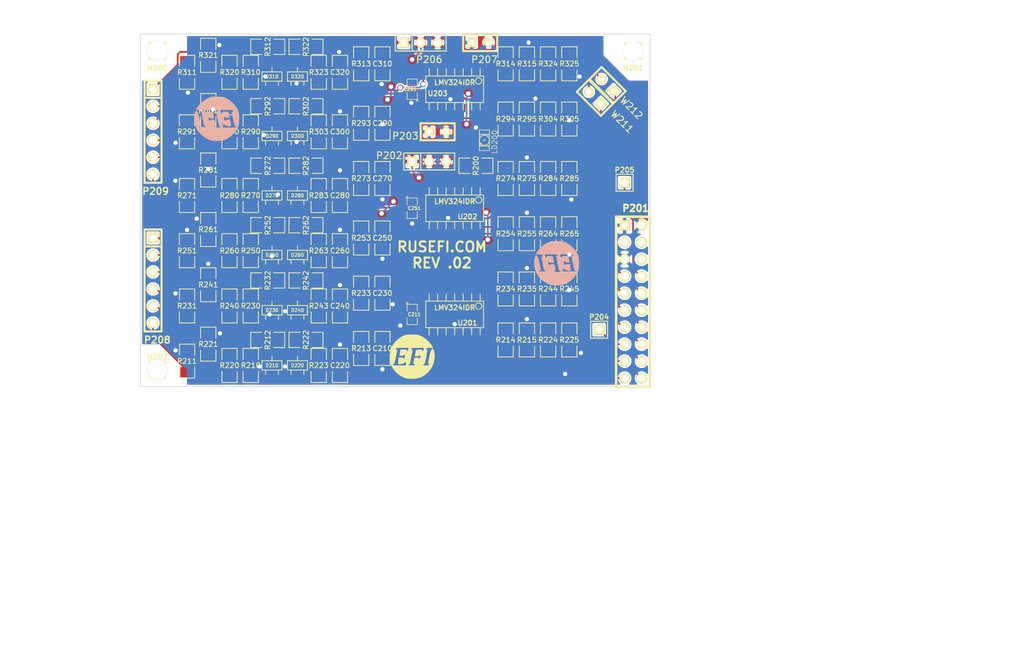
<source format=kicad_pcb>
(kicad_pcb (version 3) (host pcbnew "(2013-07-07 BZR 4022)-stable")
  (title_block (title "Analgo Protection board for RUSEFI.com") (rev .01) (company RUSEFI.com))
  (layers (15 F.Cu signal) (0 B.Cu signal) (18 B.Paste user) (19 F.Paste user) (20 B.SilkS user) (21 F.SilkS user) (22 B.Mask user) (23 F.Mask user) (28 Edge.Cuts user))
  (net 0 "")
  (net 1 /INP1)
  (net 2 /INP10)
  (net 3 /INP11)
  (net 4 /INP12)
  (net 5 /INP2)
  (net 6 /INP3)
  (net 7 /INP4)
  (net 8 /INP5)
  (net 9 /INP6)
  (net 10 /INP7)
  (net 11 /INP8)
  (net 12 /INP9)
  (net 13 /OUT1)
  (net 14 /OUT10)
  (net 15 /OUT11)
  (net 16 /OUT12)
  (net 17 /OUT2)
  (net 18 /OUT3)
  (net 19 /OUT4)
  (net 20 /OUT5)
  (net 21 /OUT6)
  (net 22 /OUT7)
  (net 23 /OUT8)
  (net 24 /OUT9)
  (net 25 /PA5)
  (net 26 /PC0)
  (net 27 GND)
  (net 28 N-0000011)
  (net 29 N-0000015)
  (net 30 N-0000016)
  (net 31 N-0000017)
  (net 32 N-0000018)
  (net 33 N-0000019)
  (net 34 N-0000020)
  (net 35 N-0000021)
  (net 36 N-0000023)
  (net 37 N-0000024)
  (net 38 N-0000025)
  (net 39 N-0000026)
  (net 40 N-0000029)
  (net 41 N-000003)
  (net 42 N-0000030)
  (net 43 N-0000033)
  (net 44 N-0000034)
  (net 45 N-0000035)
  (net 46 N-000004)
  (net 47 N-0000040)
  (net 48 N-0000043)
  (net 49 N-0000046)
  (net 50 N-0000051)
  (net 51 N-0000054)
  (net 52 N-0000057)
  (net 53 N-0000059)
  (net 54 N-000006)
  (net 55 N-0000060)
  (net 56 N-0000061)
  (net 57 N-0000065)
  (net 58 N-0000066)
  (net 59 N-0000070)
  (net 60 N-0000071)
  (net 61 N-0000075)
  (net 62 N-0000082)
  (net 63 N-0000086)
  (net 64 N-0000088)
  (net 65 N-0000089)
  (net 66 N-0000091)
  (net 67 VCC)
  (module PIN_ARRAY_1 (layer F.Cu) (at 57.15 148.59)
    (fp_text reference M202 (at 0 -1.905) (layer F.SilkS) (effects (font (size 0.762 0.762) (thickness 0.1524))))
    (fp_text value CONN_1 hide)
    (pad 1 thru_hole circle (at 0 0) (size 3 3) (drill 3) (layers *.Cu *.Mask F.SilkS))
  )
  (module PIN_ARRAY_1 (layer F.Cu) (at 128.27 100.965 90)
    (fp_text reference M201 (at -2.54 0 180) (layer F.SilkS) (effects (font (size 0.762 0.762) (thickness 0.1524))))
    (fp_text value CONN_1 hide)
    (pad 1 thru_hole circle (at 0 0 90) (size 3 3) (drill 3) (layers *.Cu *.Mask F.SilkS))
  )
  (module PIN_ARRAY_1 (layer F.Cu) (at 57.15 100.965 90)
    (fp_text reference M200 (at -2.54 0 180) (layer F.SilkS) (effects (font (size 0.762 0.762) (thickness 0.1524))))
    (fp_text value CONN_1 hide)
    (pad 1 thru_hole circle (at 0 0 90) (size 3 3) (drill 3) (layers *.Cu *.Mask F.SilkS))
  )
  (module SM1206 (layer F.Cu) (at 112.395 144.145 90)
    (fp_text reference R215 (at 0 0 180) (layer F.SilkS) (effects (font (size 0.762 0.762) (thickness 0.127))))
    (fp_text value 1500 hide)
    (pad 1 smd rect (at -1.651 0 90) (size 1.524 2.032) (layers F.Cu F.Paste F.Mask) (net 13 /OUT1))
    (pad 2 smd rect (at 1.651 0 90) (size 1.524 2.032) (layers F.Cu F.Paste F.Mask) (net 27 GND))
  )
  (module SM1206 (layer F.Cu) (at 109.22 144.145 270)
    (fp_text reference R214 (at 0 0 360) (layer F.SilkS) (effects (font (size 0.762 0.762) (thickness 0.127))))
    (fp_text value 1500 hide)
    (pad 1 smd rect (at -1.651 0 270) (size 1.524 2.032) (layers F.Cu F.Paste F.Mask) (net 50 N-0000051))
    (pad 2 smd rect (at 1.651 0 270) (size 1.524 2.032) (layers F.Cu F.Paste F.Mask) (net 13 /OUT1))
  )
  (module PIN_ARRAY_10X2 (layer F.Cu) (at 128.27 138.43 270)
    (fp_text reference P201 (at -13.97 -0.381 360) (layer F.SilkS) (effects (font (size 1.016 1.016) (thickness 0.254))))
    (fp_text value CONN_10X2 hide)
    (pad 1 thru_hole rect (at -11.43 1.27 270) (size 1.524 1.524) (drill 0.8128) (layers *.Cu *.Mask F.SilkS) (net 27 GND))
    (pad 2 thru_hole circle (at -11.43 -1.27 270) (size 1.524 1.524) (drill 1.016) (layers *.Cu *.Mask F.SilkS) (net 27 GND))
    (pad 3 thru_hole circle (at -8.89 1.27 270) (size 1.524 1.524) (drill 1.016) (layers *.Cu *.Mask F.SilkS))
    (pad 4 thru_hole circle (at -8.89 -1.27 270) (size 1.524 1.524) (drill 1.016) (layers *.Cu *.Mask F.SilkS))
    (pad 5 thru_hole circle (at -6.35 1.27 270) (size 1.524 1.524) (drill 1.016) (layers *.Cu *.Mask F.SilkS) (net 27 GND))
    (pad 6 thru_hole circle (at -6.35 -1.27 270) (size 1.524 1.524) (drill 1.016) (layers *.Cu *.Mask F.SilkS))
    (pad 7 thru_hole circle (at -3.81 1.27 270) (size 1.524 1.524) (drill 1.016) (layers *.Cu *.Mask F.SilkS) (net 16 /OUT12))
    (pad 8 thru_hole circle (at -3.81 -1.27 270) (size 1.524 1.524) (drill 1.016) (layers *.Cu *.Mask F.SilkS) (net 26 /PC0))
    (pad 9 thru_hole circle (at -1.27 1.27 270) (size 1.524 1.524) (drill 1.016) (layers *.Cu *.Mask F.SilkS) (net 14 /OUT10))
    (pad 10 thru_hole circle (at -1.27 -1.27 270) (size 1.524 1.524) (drill 1.016) (layers *.Cu *.Mask F.SilkS) (net 15 /OUT11))
    (pad 11 thru_hole circle (at 1.27 1.27 270) (size 1.524 1.524) (drill 1.016) (layers *.Cu *.Mask F.SilkS) (net 23 /OUT8))
    (pad 12 thru_hole circle (at 1.27 -1.27 270) (size 1.524 1.524) (drill 1.016) (layers *.Cu *.Mask F.SilkS) (net 24 /OUT9))
    (pad 13 thru_hole circle (at 3.81 1.27 270) (size 1.524 1.524) (drill 1.016) (layers *.Cu *.Mask F.SilkS) (net 21 /OUT6))
    (pad 14 thru_hole circle (at 3.81 -1.27 270) (size 1.524 1.524) (drill 1.016) (layers *.Cu *.Mask F.SilkS) (net 22 /OUT7))
    (pad 15 thru_hole circle (at 6.35 1.27 270) (size 1.524 1.524) (drill 1.016) (layers *.Cu *.Mask F.SilkS) (net 25 /PA5))
    (pad 16 thru_hole circle (at 6.35 -1.27 270) (size 1.524 1.524) (drill 1.016) (layers *.Cu *.Mask F.SilkS) (net 20 /OUT5))
    (pad 17 thru_hole circle (at 8.89 1.27 270) (size 1.524 1.524) (drill 1.016) (layers *.Cu *.Mask F.SilkS) (net 18 /OUT3))
    (pad 18 thru_hole circle (at 8.89 -1.27 270) (size 1.524 1.524) (drill 1.016) (layers *.Cu *.Mask F.SilkS) (net 19 /OUT4))
    (pad 19 thru_hole circle (at 11.43 1.27 270) (size 1.524 1.524) (drill 1.016) (layers *.Cu *.Mask F.SilkS) (net 13 /OUT1))
    (pad 20 thru_hole circle (at 11.43 -1.27 270) (size 1.524 1.524) (drill 1.016) (layers *.Cu *.Mask F.SilkS) (net 17 /OUT2))
  )
  (module SM1206 (layer F.Cu) (at 61.595 147.32 90)
    (fp_text reference R211 (at 0 0 180) (layer F.SilkS) (effects (font (size 0.762 0.762) (thickness 0.127))))
    (fp_text value 500K hide)
    (pad 1 smd rect (at -1.651 0 90) (size 1.524 2.032) (layers F.Cu F.Paste F.Mask) (net 1 /INP1))
    (pad 2 smd rect (at 1.651 0 90) (size 1.524 2.032) (layers F.Cu F.Paste F.Mask) (net 27 GND))
  )
  (module SM1206 (layer F.Cu) (at 118.745 144.145 270)
    (fp_text reference R225 (at 0 0 360) (layer F.SilkS) (effects (font (size 0.762 0.762) (thickness 0.127))))
    (fp_text value 1500 hide)
    (pad 1 smd rect (at -1.651 0 270) (size 1.524 2.032) (layers F.Cu F.Paste F.Mask) (net 17 /OUT2))
    (pad 2 smd rect (at 1.651 0 270) (size 1.524 2.032) (layers F.Cu F.Paste F.Mask) (net 27 GND))
  )
  (module SM1206 (layer F.Cu) (at 115.57 144.145 90)
    (fp_text reference R224 (at 0 0 180) (layer F.SilkS) (effects (font (size 0.762 0.762) (thickness 0.127))))
    (fp_text value 1500 hide)
    (pad 1 smd rect (at -1.651 0 90) (size 1.524 2.032) (layers F.Cu F.Paste F.Mask) (net 51 N-0000054))
    (pad 2 smd rect (at 1.651 0 90) (size 1.524 2.032) (layers F.Cu F.Paste F.Mask) (net 17 /OUT2))
  )
  (module SM1206 (layer F.Cu) (at 64.77 144.78 90)
    (fp_text reference R221 (at 0 0 180) (layer F.SilkS) (effects (font (size 0.762 0.762) (thickness 0.127))))
    (fp_text value 500K hide)
    (pad 1 smd rect (at -1.651 0 90) (size 1.524 2.032) (layers F.Cu F.Paste F.Mask) (net 5 /INP2))
    (pad 2 smd rect (at 1.651 0 90) (size 1.524 2.032) (layers F.Cu F.Paste F.Mask) (net 27 GND))
  )
  (module SM1206 (layer F.Cu) (at 112.395 136.525 90)
    (fp_text reference R235 (at 0 0 180) (layer F.SilkS) (effects (font (size 0.762 0.762) (thickness 0.127))))
    (fp_text value 1500 hide)
    (pad 1 smd rect (at -1.651 0 90) (size 1.524 2.032) (layers F.Cu F.Paste F.Mask) (net 18 /OUT3))
    (pad 2 smd rect (at 1.651 0 90) (size 1.524 2.032) (layers F.Cu F.Paste F.Mask) (net 27 GND))
  )
  (module SM1206 (layer F.Cu) (at 109.22 136.525 270)
    (fp_text reference R234 (at 0 0 360) (layer F.SilkS) (effects (font (size 0.762 0.762) (thickness 0.127))))
    (fp_text value 1500 hide)
    (pad 1 smd rect (at -1.651 0 270) (size 1.524 2.032) (layers F.Cu F.Paste F.Mask) (net 52 N-0000057))
    (pad 2 smd rect (at 1.651 0 270) (size 1.524 2.032) (layers F.Cu F.Paste F.Mask) (net 18 /OUT3))
  )
  (module SM1206 (layer F.Cu) (at 61.595 139.065 90)
    (fp_text reference R231 (at 0 0 180) (layer F.SilkS) (effects (font (size 0.762 0.762) (thickness 0.127))))
    (fp_text value 500K hide)
    (pad 1 smd rect (at -1.651 0 90) (size 1.524 2.032) (layers F.Cu F.Paste F.Mask) (net 6 /INP3))
    (pad 2 smd rect (at 1.651 0 90) (size 1.524 2.032) (layers F.Cu F.Paste F.Mask) (net 27 GND))
  )
  (module SM1206 (layer F.Cu) (at 64.77 135.89 90)
    (fp_text reference R241 (at 0 0 180) (layer F.SilkS) (effects (font (size 0.762 0.762) (thickness 0.127))))
    (fp_text value 500K hide)
    (pad 1 smd rect (at -1.651 0 90) (size 1.524 2.032) (layers F.Cu F.Paste F.Mask) (net 7 /INP4))
    (pad 2 smd rect (at 1.651 0 90) (size 1.524 2.032) (layers F.Cu F.Paste F.Mask) (net 27 GND))
  )
  (module SM1206 (layer F.Cu) (at 115.57 136.525 90)
    (fp_text reference R244 (at 0 0 180) (layer F.SilkS) (effects (font (size 0.762 0.762) (thickness 0.127))))
    (fp_text value 1500 hide)
    (pad 1 smd rect (at -1.651 0 90) (size 1.524 2.032) (layers F.Cu F.Paste F.Mask) (net 53 N-0000059))
    (pad 2 smd rect (at 1.651 0 90) (size 1.524 2.032) (layers F.Cu F.Paste F.Mask) (net 19 /OUT4))
  )
  (module SM1206 (layer F.Cu) (at 118.745 136.525 270)
    (fp_text reference R245 (at 0 0 360) (layer F.SilkS) (effects (font (size 0.762 0.762) (thickness 0.127))))
    (fp_text value 1500 hide)
    (pad 1 smd rect (at -1.651 0 270) (size 1.524 2.032) (layers F.Cu F.Paste F.Mask) (net 19 /OUT4))
    (pad 2 smd rect (at 1.651 0 270) (size 1.524 2.032) (layers F.Cu F.Paste F.Mask) (net 27 GND))
  )
  (module SM1206 (layer F.Cu) (at 87.63 145.415 90)
    (fp_text reference R213 (at 0 0 180) (layer F.SilkS) (effects (font (size 0.762 0.762) (thickness 0.127))))
    (fp_text value 100 hide)
    (pad 1 smd rect (at -1.651 0 90) (size 1.524 2.032) (layers F.Cu F.Paste F.Mask) (net 41 N-000003))
    (pad 2 smd rect (at 1.651 0 90) (size 1.524 2.032) (layers F.Cu F.Paste F.Mask) (net 63 N-0000086))
  )
  (module SM1206 (layer F.Cu) (at 71.12 147.955 270)
    (fp_text reference R210 (at 0 0 360) (layer F.SilkS) (effects (font (size 0.762 0.762) (thickness 0.127))))
    (fp_text value 2700 hide)
    (pad 1 smd rect (at -1.651 0 270) (size 1.524 2.032) (layers F.Cu F.Paste F.Mask) (net 1 /INP1))
    (pad 2 smd rect (at 1.651 0 270) (size 1.524 2.032) (layers F.Cu F.Paste F.Mask) (net 67 VCC))
  )
  (module SM1206 (layer F.Cu) (at 84.455 147.955 270)
    (fp_text reference C220 (at 0 0 360) (layer F.SilkS) (effects (font (size 0.762 0.762) (thickness 0.127))))
    (fp_text value 0.01uF hide)
    (pad 1 smd rect (at -1.651 0 270) (size 1.524 2.032) (layers F.Cu F.Paste F.Mask) (net 27 GND))
    (pad 2 smd rect (at 1.651 0 270) (size 1.524 2.032) (layers F.Cu F.Paste F.Mask) (net 62 N-0000082))
  )
  (module SM1206 (layer F.Cu) (at 90.805 145.415 90)
    (fp_text reference C210 (at 0 0 180) (layer F.SilkS) (effects (font (size 0.762 0.762) (thickness 0.127))))
    (fp_text value 0.01uF hide)
    (pad 1 smd rect (at -1.651 0 90) (size 1.524 2.032) (layers F.Cu F.Paste F.Mask) (net 27 GND))
    (pad 2 smd rect (at 1.651 0 90) (size 1.524 2.032) (layers F.Cu F.Paste F.Mask) (net 63 N-0000086))
  )
  (module SM1206 (layer F.Cu) (at 81.28 147.955 270)
    (fp_text reference R223 (at 0 0 360) (layer F.SilkS) (effects (font (size 0.762 0.762) (thickness 0.127))))
    (fp_text value 100 hide)
    (pad 1 smd rect (at -1.651 0 270) (size 1.524 2.032) (layers F.Cu F.Paste F.Mask) (net 46 N-000004))
    (pad 2 smd rect (at 1.651 0 270) (size 1.524 2.032) (layers F.Cu F.Paste F.Mask) (net 62 N-0000082))
  )
  (module SM1206 (layer F.Cu) (at 67.945 147.955 270)
    (fp_text reference R220 (at 0 0 360) (layer F.SilkS) (effects (font (size 0.762 0.762) (thickness 0.127))))
    (fp_text value 2700 hide)
    (pad 1 smd rect (at -1.651 0 270) (size 1.524 2.032) (layers F.Cu F.Paste F.Mask) (net 5 /INP2))
    (pad 2 smd rect (at 1.651 0 270) (size 1.524 2.032) (layers F.Cu F.Paste F.Mask) (net 67 VCC))
  )
  (module SM1206 (layer F.Cu) (at 87.63 137.16 90)
    (fp_text reference R233 (at 0 0 180) (layer F.SilkS) (effects (font (size 0.762 0.762) (thickness 0.127))))
    (fp_text value 100 hide)
    (pad 1 smd rect (at -1.651 0 90) (size 1.524 2.032) (layers F.Cu F.Paste F.Mask) (net 66 N-0000091))
    (pad 2 smd rect (at 1.651 0 90) (size 1.524 2.032) (layers F.Cu F.Paste F.Mask) (net 59 N-0000070))
  )
  (module SM1206 (layer F.Cu) (at 71.12 139.065 270)
    (fp_text reference R230 (at 0 0 360) (layer F.SilkS) (effects (font (size 0.762 0.762) (thickness 0.127))))
    (fp_text value 2700 hide)
    (pad 1 smd rect (at -1.651 0 270) (size 1.524 2.032) (layers F.Cu F.Paste F.Mask) (net 6 /INP3))
    (pad 2 smd rect (at 1.651 0 270) (size 1.524 2.032) (layers F.Cu F.Paste F.Mask) (net 67 VCC))
  )
  (module SM1206 (layer F.Cu) (at 81.28 139.065 270)
    (fp_text reference R243 (at 0 0 360) (layer F.SilkS) (effects (font (size 0.762 0.762) (thickness 0.127))))
    (fp_text value 100 hide)
    (pad 1 smd rect (at -1.651 0 270) (size 1.524 2.032) (layers F.Cu F.Paste F.Mask) (net 58 N-0000066))
    (pad 2 smd rect (at 1.651 0 270) (size 1.524 2.032) (layers F.Cu F.Paste F.Mask) (net 57 N-0000065))
  )
  (module SM1206 (layer F.Cu) (at 67.945 139.065 270)
    (fp_text reference R240 (at 0 0 360) (layer F.SilkS) (effects (font (size 0.762 0.762) (thickness 0.127))))
    (fp_text value 2700 hide)
    (pad 1 smd rect (at -1.651 0 270) (size 1.524 2.032) (layers F.Cu F.Paste F.Mask) (net 7 /INP4))
    (pad 2 smd rect (at 1.651 0 270) (size 1.524 2.032) (layers F.Cu F.Paste F.Mask) (net 67 VCC))
  )
  (module SM1206 (layer F.Cu) (at 112.395 128.27 90)
    (fp_text reference R255 (at 0 0 180) (layer F.SilkS) (effects (font (size 0.762 0.762) (thickness 0.127))))
    (fp_text value 1500 hide)
    (pad 1 smd rect (at -1.651 0 90) (size 1.524 2.032) (layers F.Cu F.Paste F.Mask) (net 20 /OUT5))
    (pad 2 smd rect (at 1.651 0 90) (size 1.524 2.032) (layers F.Cu F.Paste F.Mask) (net 27 GND))
  )
  (module SM1206 (layer F.Cu) (at 67.945 130.81 270)
    (fp_text reference R260 (at 0 0 360) (layer F.SilkS) (effects (font (size 0.762 0.762) (thickness 0.127))))
    (fp_text value 2700 hide)
    (pad 1 smd rect (at -1.651 0 270) (size 1.524 2.032) (layers F.Cu F.Paste F.Mask) (net 9 /INP6))
    (pad 2 smd rect (at 1.651 0 270) (size 1.524 2.032) (layers F.Cu F.Paste F.Mask) (net 67 VCC))
  )
  (module SM1206 (layer F.Cu) (at 81.28 130.81 270)
    (fp_text reference R263 (at 0 0 360) (layer F.SilkS) (effects (font (size 0.762 0.762) (thickness 0.127))))
    (fp_text value 100 hide)
    (pad 1 smd rect (at -1.651 0 270) (size 1.524 2.032) (layers F.Cu F.Paste F.Mask) (net 33 N-0000019))
    (pad 2 smd rect (at 1.651 0 270) (size 1.524 2.032) (layers F.Cu F.Paste F.Mask) (net 64 N-0000088))
  )
  (module SM1206 (layer F.Cu) (at 71.12 130.81 270)
    (fp_text reference R250 (at 0 0 360) (layer F.SilkS) (effects (font (size 0.762 0.762) (thickness 0.127))))
    (fp_text value 2700 hide)
    (pad 1 smd rect (at -1.651 0 270) (size 1.524 2.032) (layers F.Cu F.Paste F.Mask) (net 8 /INP5))
    (pad 2 smd rect (at 1.651 0 270) (size 1.524 2.032) (layers F.Cu F.Paste F.Mask) (net 67 VCC))
  )
  (module SM1206 (layer F.Cu) (at 87.63 128.905 90)
    (fp_text reference R253 (at 0 0 180) (layer F.SilkS) (effects (font (size 0.762 0.762) (thickness 0.127))))
    (fp_text value 100 hide)
    (pad 1 smd rect (at -1.651 0 90) (size 1.524 2.032) (layers F.Cu F.Paste F.Mask) (net 32 N-0000018))
    (pad 2 smd rect (at 1.651 0 90) (size 1.524 2.032) (layers F.Cu F.Paste F.Mask) (net 55 N-0000060))
  )
  (module SM1206 (layer F.Cu) (at 79.375 144.145)
    (fp_text reference R222 (at 0 0 90) (layer F.SilkS) (effects (font (size 0.762 0.762) (thickness 0.127))))
    (fp_text value 10k hide)
    (pad 1 smd rect (at -1.651 0) (size 1.524 2.032) (layers F.Cu F.Paste F.Mask) (net 5 /INP2))
    (pad 2 smd rect (at 1.651 0) (size 1.524 2.032) (layers F.Cu F.Paste F.Mask) (net 46 N-000004))
  )
  (module SM1206 (layer F.Cu) (at 73.66 144.145)
    (fp_text reference R212 (at 0 0 90) (layer F.SilkS) (effects (font (size 0.762 0.762) (thickness 0.127))))
    (fp_text value 10k hide)
    (pad 1 smd rect (at -1.651 0) (size 1.524 2.032) (layers F.Cu F.Paste F.Mask) (net 1 /INP1))
    (pad 2 smd rect (at 1.651 0) (size 1.524 2.032) (layers F.Cu F.Paste F.Mask) (net 41 N-000003))
  )
  (module SM1206 (layer F.Cu) (at 61.595 130.81 90)
    (fp_text reference R251 (at 0 0 180) (layer F.SilkS) (effects (font (size 0.762 0.762) (thickness 0.127))))
    (fp_text value 500K hide)
    (pad 1 smd rect (at -1.651 0 90) (size 1.524 2.032) (layers F.Cu F.Paste F.Mask) (net 8 /INP5))
    (pad 2 smd rect (at 1.651 0 90) (size 1.524 2.032) (layers F.Cu F.Paste F.Mask) (net 27 GND))
  )
  (module SM1206 (layer F.Cu) (at 109.22 128.27 270)
    (fp_text reference R254 (at 0 0 360) (layer F.SilkS) (effects (font (size 0.762 0.762) (thickness 0.127))))
    (fp_text value 1500 hide)
    (pad 1 smd rect (at -1.651 0 270) (size 1.524 2.032) (layers F.Cu F.Paste F.Mask) (net 56 N-0000061))
    (pad 2 smd rect (at 1.651 0 270) (size 1.524 2.032) (layers F.Cu F.Paste F.Mask) (net 20 /OUT5))
  )
  (module SM1206 (layer F.Cu) (at 104.775 118.11)
    (fp_text reference R200 (at 0 0 90) (layer F.SilkS) (effects (font (size 0.762 0.762) (thickness 0.127))))
    (fp_text value 100 hide)
    (pad 1 smd rect (at -1.651 0) (size 1.524 2.032) (layers F.Cu F.Paste F.Mask) (net 67 VCC))
    (pad 2 smd rect (at 1.651 0) (size 1.524 2.032) (layers F.Cu F.Paste F.Mask) (net 65 N-0000089))
  )
  (module PIN_ARRAY_3X1 (layer F.Cu) (at 97.79 117.475)
    (fp_text reference P202 (at -5.969 -0.889) (layer F.SilkS) (effects (font (size 1.016 1.016) (thickness 0.1524))))
    (fp_text value CONN_3 hide)
    (pad 1 thru_hole rect (at -2.54 0) (size 1.524 1.524) (drill 1.016) (layers *.Cu *.Mask F.SilkS) (net 67 VCC))
    (pad 2 thru_hole circle (at 0 0) (size 1.524 1.524) (drill 1.016) (layers *.Cu *.Mask F.SilkS) (net 67 VCC))
    (pad 3 thru_hole circle (at 2.54 0) (size 1.524 1.524) (drill 1.016) (layers *.Cu *.Mask F.SilkS) (net 67 VCC))
  )
  (module LED-1206 (layer F.Cu) (at 106.045 114.3 270)
    (fp_text reference LD200 (at 0.254 -1.524 270) (layer F.SilkS) (effects (font (size 0.762 0.762) (thickness 0.0889))))
    (fp_text value LED hide)
    (pad 1 smd rect (at -1.41986 0 270) (size 1.59766 1.80086) (layers F.Cu F.Paste F.Mask) (net 27 GND))
    (pad 2 smd rect (at 1.41986 0 270) (size 1.59766 1.80086) (layers F.Cu F.Paste F.Mask) (net 65 N-0000089))
  )
  (module sot23 (layer F.Cu) (at 74.295 139.7)
    (fp_text reference D230 (at 0 0) (layer F.SilkS) (effects (font (size 0.50038 0.50038) (thickness 0.09906))))
    (fp_text value DOUBLE_SCHOTTKY hide)
    (pad 1 smd rect (at -0.9525 1.05664) (size 0.59944 1.00076) (layers F.Cu F.Paste F.Mask) (net 27 GND))
    (pad 2 smd rect (at 0 -1.05664) (size 0.59944 1.00076) (layers F.Cu F.Paste F.Mask) (net 66 N-0000091))
    (pad 3 smd rect (at 0.9525 1.05664) (size 0.59944 1.00076) (layers F.Cu F.Paste F.Mask) (net 67 VCC))
  )
  (module sot23 (layer F.Cu) (at 78.105 113.665)
    (fp_text reference D300 (at 0 0) (layer F.SilkS) (effects (font (size 0.50038 0.50038) (thickness 0.09906))))
    (fp_text value DOUBLE_SCHOTTKY hide)
    (pad 1 smd rect (at -0.9525 1.05664) (size 0.59944 1.00076) (layers F.Cu F.Paste F.Mask) (net 27 GND))
    (pad 2 smd rect (at 0 -1.05664) (size 0.59944 1.00076) (layers F.Cu F.Paste F.Mask) (net 34 N-0000020))
    (pad 3 smd rect (at 0.9525 1.05664) (size 0.59944 1.00076) (layers F.Cu F.Paste F.Mask) (net 67 VCC))
  )
  (module sot23 (layer F.Cu) (at 74.295 113.665)
    (fp_text reference D290 (at 0 0) (layer F.SilkS) (effects (font (size 0.50038 0.50038) (thickness 0.09906))))
    (fp_text value DOUBLE_SCHOTTKY hide)
    (pad 1 smd rect (at -0.9525 1.05664) (size 0.59944 1.00076) (layers F.Cu F.Paste F.Mask) (net 27 GND))
    (pad 2 smd rect (at 0 -1.05664) (size 0.59944 1.00076) (layers F.Cu F.Paste F.Mask) (net 29 N-0000015))
    (pad 3 smd rect (at 0.9525 1.05664) (size 0.59944 1.00076) (layers F.Cu F.Paste F.Mask) (net 67 VCC))
  )
  (module sot23 (layer F.Cu) (at 78.105 147.955)
    (fp_text reference D220 (at 0 0) (layer F.SilkS) (effects (font (size 0.50038 0.50038) (thickness 0.09906))))
    (fp_text value DOUBLE_SCHOTTKY hide)
    (pad 1 smd rect (at -0.9525 1.05664) (size 0.59944 1.00076) (layers F.Cu F.Paste F.Mask) (net 27 GND))
    (pad 2 smd rect (at 0 -1.05664) (size 0.59944 1.00076) (layers F.Cu F.Paste F.Mask) (net 46 N-000004))
    (pad 3 smd rect (at 0.9525 1.05664) (size 0.59944 1.00076) (layers F.Cu F.Paste F.Mask) (net 67 VCC))
  )
  (module sot23 (layer F.Cu) (at 78.105 139.7)
    (fp_text reference D240 (at 0 0) (layer F.SilkS) (effects (font (size 0.50038 0.50038) (thickness 0.09906))))
    (fp_text value DOUBLE_SCHOTTKY hide)
    (pad 1 smd rect (at -0.9525 1.05664) (size 0.59944 1.00076) (layers F.Cu F.Paste F.Mask) (net 27 GND))
    (pad 2 smd rect (at 0 -1.05664) (size 0.59944 1.00076) (layers F.Cu F.Paste F.Mask) (net 58 N-0000066))
    (pad 3 smd rect (at 0.9525 1.05664) (size 0.59944 1.00076) (layers F.Cu F.Paste F.Mask) (net 67 VCC))
  )
  (module SM1206 (layer F.Cu) (at 112.395 111.125 90)
    (fp_text reference R295 (at 0 0 180) (layer F.SilkS) (effects (font (size 0.762 0.762) (thickness 0.127))))
    (fp_text value 1500 hide)
    (pad 1 smd rect (at -1.651 0 90) (size 1.524 2.032) (layers F.Cu F.Paste F.Mask) (net 24 /OUT9))
    (pad 2 smd rect (at 1.651 0 90) (size 1.524 2.032) (layers F.Cu F.Paste F.Mask) (net 27 GND))
  )
  (module SM1206 (layer F.Cu) (at 109.22 111.125 270)
    (fp_text reference R294 (at 0 0 360) (layer F.SilkS) (effects (font (size 0.762 0.762) (thickness 0.127))))
    (fp_text value 1500 hide)
    (pad 1 smd rect (at -1.651 0 270) (size 1.524 2.032) (layers F.Cu F.Paste F.Mask) (net 35 N-0000021))
    (pad 2 smd rect (at 1.651 0 270) (size 1.524 2.032) (layers F.Cu F.Paste F.Mask) (net 24 /OUT9))
  )
  (module SM1206 (layer F.Cu) (at 61.595 113.03 270)
    (fp_text reference R291 (at 0 0 360) (layer F.SilkS) (effects (font (size 0.762 0.762) (thickness 0.127))))
    (fp_text value 500K hide)
    (pad 1 smd rect (at -1.651 0 270) (size 1.524 2.032) (layers F.Cu F.Paste F.Mask) (net 12 /INP9))
    (pad 2 smd rect (at 1.651 0 270) (size 1.524 2.032) (layers F.Cu F.Paste F.Mask) (net 27 GND))
  )
  (module SM1206 (layer F.Cu) (at 64.77 109.855 90)
    (fp_text reference R301 (at 0 0 180) (layer F.SilkS) (effects (font (size 0.762 0.762) (thickness 0.127))))
    (fp_text value 500K hide)
    (pad 1 smd rect (at -1.651 0 90) (size 1.524 2.032) (layers F.Cu F.Paste F.Mask) (net 2 /INP10))
    (pad 2 smd rect (at 1.651 0 90) (size 1.524 2.032) (layers F.Cu F.Paste F.Mask) (net 27 GND))
  )
  (module SM1206 (layer F.Cu) (at 115.57 111.125 90)
    (fp_text reference R304 (at 0 0 180) (layer F.SilkS) (effects (font (size 0.762 0.762) (thickness 0.127))))
    (fp_text value 1500 hide)
    (pad 1 smd rect (at -1.651 0 90) (size 1.524 2.032) (layers F.Cu F.Paste F.Mask) (net 36 N-0000023))
    (pad 2 smd rect (at 1.651 0 90) (size 1.524 2.032) (layers F.Cu F.Paste F.Mask) (net 14 /OUT10))
  )
  (module SM1206 (layer F.Cu) (at 118.745 111.125 270)
    (fp_text reference R305 (at 0 0 360) (layer F.SilkS) (effects (font (size 0.762 0.762) (thickness 0.127))))
    (fp_text value 1500 hide)
    (pad 1 smd rect (at -1.651 0 270) (size 1.524 2.032) (layers F.Cu F.Paste F.Mask) (net 14 /OUT10))
    (pad 2 smd rect (at 1.651 0 270) (size 1.524 2.032) (layers F.Cu F.Paste F.Mask) (net 27 GND))
  )
  (module SM1206 (layer F.Cu) (at 87.63 111.76 90)
    (fp_text reference R293 (at 0 0 180) (layer F.SilkS) (effects (font (size 0.762 0.762) (thickness 0.127))))
    (fp_text value 100 hide)
    (pad 1 smd rect (at -1.651 0 90) (size 1.524 2.032) (layers F.Cu F.Paste F.Mask) (net 29 N-0000015))
    (pad 2 smd rect (at 1.651 0 90) (size 1.524 2.032) (layers F.Cu F.Paste F.Mask) (net 54 N-000006))
  )
  (module SM1206 (layer F.Cu) (at 90.805 111.76 90)
    (fp_text reference C290 (at 0 0 180) (layer F.SilkS) (effects (font (size 0.762 0.762) (thickness 0.127))))
    (fp_text value 0.01uF hide)
    (pad 1 smd rect (at -1.651 0 90) (size 1.524 2.032) (layers F.Cu F.Paste F.Mask) (net 27 GND))
    (pad 2 smd rect (at 1.651 0 90) (size 1.524 2.032) (layers F.Cu F.Paste F.Mask) (net 54 N-000006))
  )
  (module SM1206 (layer F.Cu) (at 71.12 113.03 270)
    (fp_text reference R290 (at 0 0 360) (layer F.SilkS) (effects (font (size 0.762 0.762) (thickness 0.127))))
    (fp_text value 2700 hide)
    (pad 1 smd rect (at -1.651 0 270) (size 1.524 2.032) (layers F.Cu F.Paste F.Mask) (net 12 /INP9))
    (pad 2 smd rect (at 1.651 0 270) (size 1.524 2.032) (layers F.Cu F.Paste F.Mask) (net 67 VCC))
  )
  (module SM1206 (layer F.Cu) (at 81.28 113.03 270)
    (fp_text reference R303 (at 0 0 360) (layer F.SilkS) (effects (font (size 0.762 0.762) (thickness 0.127))))
    (fp_text value 100 hide)
    (pad 1 smd rect (at -1.651 0 270) (size 1.524 2.032) (layers F.Cu F.Paste F.Mask) (net 34 N-0000020))
    (pad 2 smd rect (at 1.651 0 270) (size 1.524 2.032) (layers F.Cu F.Paste F.Mask) (net 28 N-0000011))
  )
  (module SM1206 (layer F.Cu) (at 84.455 113.03 270)
    (fp_text reference C300 (at 0 0 360) (layer F.SilkS) (effects (font (size 0.762 0.762) (thickness 0.127))))
    (fp_text value 0.01uF hide)
    (pad 1 smd rect (at -1.651 0 270) (size 1.524 2.032) (layers F.Cu F.Paste F.Mask) (net 27 GND))
    (pad 2 smd rect (at 1.651 0 270) (size 1.524 2.032) (layers F.Cu F.Paste F.Mask) (net 28 N-0000011))
  )
  (module SM1206 (layer F.Cu) (at 67.945 113.03 270)
    (fp_text reference R300 (at 0 0 360) (layer F.SilkS) (effects (font (size 0.762 0.762) (thickness 0.127))))
    (fp_text value 2700 hide)
    (pad 1 smd rect (at -1.651 0 270) (size 1.524 2.032) (layers F.Cu F.Paste F.Mask) (net 2 /INP10))
    (pad 2 smd rect (at 1.651 0 270) (size 1.524 2.032) (layers F.Cu F.Paste F.Mask) (net 67 VCC))
  )
  (module sot23 (layer F.Cu) (at 74.295 147.955)
    (fp_text reference D210 (at 0 0) (layer F.SilkS) (effects (font (size 0.50038 0.50038) (thickness 0.09906))))
    (fp_text value DOUBLE_SCHOTTKY hide)
    (pad 1 smd rect (at -0.9525 1.05664) (size 0.59944 1.00076) (layers F.Cu F.Paste F.Mask) (net 27 GND))
    (pad 2 smd rect (at 0 -1.05664) (size 0.59944 1.00076) (layers F.Cu F.Paste F.Mask) (net 41 N-000003))
    (pad 3 smd rect (at 0.9525 1.05664) (size 0.59944 1.00076) (layers F.Cu F.Paste F.Mask) (net 67 VCC))
  )
  (module PIN_ARRAY-6X1 (layer F.Cu) (at 56.515 113.03 270)
    (fp_text reference P209 (at 8.89 -0.381 360) (layer F.SilkS) (effects (font (size 1.016 1.016) (thickness 0.2032))))
    (fp_text value CONN_6 hide)
    (pad 1 thru_hole rect (at -6.35 0 270) (size 1.524 1.524) (drill 1.016) (layers *.Cu *.Mask F.SilkS) (net 4 /INP12))
    (pad 2 thru_hole circle (at -3.81 0 270) (size 1.524 1.524) (drill 1.016) (layers *.Cu *.Mask F.SilkS) (net 3 /INP11))
    (pad 3 thru_hole circle (at -1.27 0 270) (size 1.524 1.524) (drill 1.016) (layers *.Cu *.Mask F.SilkS) (net 2 /INP10))
    (pad 4 thru_hole circle (at 1.27 0 270) (size 1.524 1.524) (drill 1.016) (layers *.Cu *.Mask F.SilkS) (net 12 /INP9))
    (pad 5 thru_hole circle (at 3.81 0 270) (size 1.524 1.524) (drill 1.016) (layers *.Cu *.Mask F.SilkS) (net 11 /INP8))
    (pad 6 thru_hole circle (at 6.35 0 270) (size 1.524 1.524) (drill 1.016) (layers *.Cu *.Mask F.SilkS) (net 10 /INP7))
  )
  (module SM1206 (layer F.Cu) (at 90.805 137.16 90)
    (fp_text reference C230 (at 0 0 180) (layer F.SilkS) (effects (font (size 0.762 0.762) (thickness 0.127))))
    (fp_text value 0.01uF hide)
    (pad 1 smd rect (at -1.651 0 90) (size 1.524 2.032) (layers F.Cu F.Paste F.Mask) (net 27 GND))
    (pad 2 smd rect (at 1.651 0 90) (size 1.524 2.032) (layers F.Cu F.Paste F.Mask) (net 59 N-0000070))
  )
  (module SM1206 (layer F.Cu) (at 84.455 139.065 270)
    (fp_text reference C240 (at 0 0 360) (layer F.SilkS) (effects (font (size 0.762 0.762) (thickness 0.127))))
    (fp_text value 0.01uF hide)
    (pad 1 smd rect (at -1.651 0 270) (size 1.524 2.032) (layers F.Cu F.Paste F.Mask) (net 27 GND))
    (pad 2 smd rect (at 1.651 0 270) (size 1.524 2.032) (layers F.Cu F.Paste F.Mask) (net 57 N-0000065))
  )
  (module SM1206 (layer F.Cu) (at 90.805 128.905 90)
    (fp_text reference C250 (at 0 0 180) (layer F.SilkS) (effects (font (size 0.762 0.762) (thickness 0.127))))
    (fp_text value 0.01uF hide)
    (pad 1 smd rect (at -1.651 0 90) (size 1.524 2.032) (layers F.Cu F.Paste F.Mask) (net 27 GND))
    (pad 2 smd rect (at 1.651 0 90) (size 1.524 2.032) (layers F.Cu F.Paste F.Mask) (net 55 N-0000060))
  )
  (module SM1206 (layer F.Cu) (at 84.455 130.81 270)
    (fp_text reference C260 (at 0 0 360) (layer F.SilkS) (effects (font (size 0.762 0.762) (thickness 0.127))))
    (fp_text value 0.01uF hide)
    (pad 1 smd rect (at -1.651 0 270) (size 1.524 2.032) (layers F.Cu F.Paste F.Mask) (net 27 GND))
    (pad 2 smd rect (at 1.651 0 270) (size 1.524 2.032) (layers F.Cu F.Paste F.Mask) (net 64 N-0000088))
  )
  (module SM1206 (layer F.Cu) (at 64.77 127.635 90)
    (fp_text reference R261 (at 0 0 180) (layer F.SilkS) (effects (font (size 0.762 0.762) (thickness 0.127))))
    (fp_text value 500K hide)
    (pad 1 smd rect (at -1.651 0 90) (size 1.524 2.032) (layers F.Cu F.Paste F.Mask) (net 9 /INP6))
    (pad 2 smd rect (at 1.651 0 90) (size 1.524 2.032) (layers F.Cu F.Paste F.Mask) (net 27 GND))
  )
  (module SM1206 (layer F.Cu) (at 84.455 122.555 270)
    (fp_text reference C280 (at 0 0 360) (layer F.SilkS) (effects (font (size 0.762 0.762) (thickness 0.127))))
    (fp_text value 0.01uF hide)
    (pad 1 smd rect (at -1.651 0 270) (size 1.524 2.032) (layers F.Cu F.Paste F.Mask) (net 27 GND))
    (pad 2 smd rect (at 1.651 0 270) (size 1.524 2.032) (layers F.Cu F.Paste F.Mask) (net 60 N-0000071))
  )
  (module SM1206 (layer F.Cu) (at 90.805 120.015 90)
    (fp_text reference C270 (at 0 0 180) (layer F.SilkS) (effects (font (size 0.762 0.762) (thickness 0.127))))
    (fp_text value 0.01uF hide)
    (pad 1 smd rect (at -1.651 0 90) (size 1.524 2.032) (layers F.Cu F.Paste F.Mask) (net 27 GND))
    (pad 2 smd rect (at 1.651 0 90) (size 1.524 2.032) (layers F.Cu F.Paste F.Mask) (net 61 N-0000075))
  )
  (module SM1206 (layer F.Cu) (at 109.22 120.015 270)
    (fp_text reference R274 (at 0 0 360) (layer F.SilkS) (effects (font (size 0.762 0.762) (thickness 0.127))))
    (fp_text value 1500 hide)
    (pad 1 smd rect (at -1.651 0 270) (size 1.524 2.032) (layers F.Cu F.Paste F.Mask) (net 48 N-0000043))
    (pad 2 smd rect (at 1.651 0 270) (size 1.524 2.032) (layers F.Cu F.Paste F.Mask) (net 22 /OUT7))
  )
  (module SM1206 (layer F.Cu) (at 112.395 120.015 90)
    (fp_text reference R275 (at 0 0 180) (layer F.SilkS) (effects (font (size 0.762 0.762) (thickness 0.127))))
    (fp_text value 1500 hide)
    (pad 1 smd rect (at -1.651 0 90) (size 1.524 2.032) (layers F.Cu F.Paste F.Mask) (net 22 /OUT7))
    (pad 2 smd rect (at 1.651 0 90) (size 1.524 2.032) (layers F.Cu F.Paste F.Mask) (net 27 GND))
  )
  (module SM1206 (layer F.Cu) (at 67.945 122.555 270)
    (fp_text reference R280 (at 0 0 360) (layer F.SilkS) (effects (font (size 0.762 0.762) (thickness 0.127))))
    (fp_text value 2700 hide)
    (pad 1 smd rect (at -1.651 0 270) (size 1.524 2.032) (layers F.Cu F.Paste F.Mask) (net 11 /INP8))
    (pad 2 smd rect (at 1.651 0 270) (size 1.524 2.032) (layers F.Cu F.Paste F.Mask) (net 67 VCC))
  )
  (module SM1206 (layer F.Cu) (at 81.28 122.555 270)
    (fp_text reference R283 (at 0 0 360) (layer F.SilkS) (effects (font (size 0.762 0.762) (thickness 0.127))))
    (fp_text value 100 hide)
    (pad 1 smd rect (at -1.651 0 270) (size 1.524 2.032) (layers F.Cu F.Paste F.Mask) (net 30 N-0000016))
    (pad 2 smd rect (at 1.651 0 270) (size 1.524 2.032) (layers F.Cu F.Paste F.Mask) (net 60 N-0000071))
  )
  (module SM1206 (layer F.Cu) (at 71.12 122.555 270)
    (fp_text reference R270 (at 0 0 360) (layer F.SilkS) (effects (font (size 0.762 0.762) (thickness 0.127))))
    (fp_text value 2700 hide)
    (pad 1 smd rect (at -1.651 0 270) (size 1.524 2.032) (layers F.Cu F.Paste F.Mask) (net 10 /INP7))
    (pad 2 smd rect (at 1.651 0 270) (size 1.524 2.032) (layers F.Cu F.Paste F.Mask) (net 67 VCC))
  )
  (module SM1206 (layer F.Cu) (at 87.63 120.015 90)
    (fp_text reference R273 (at 0 0 180) (layer F.SilkS) (effects (font (size 0.762 0.762) (thickness 0.127))))
    (fp_text value 100 hide)
    (pad 1 smd rect (at -1.651 0 90) (size 1.524 2.032) (layers F.Cu F.Paste F.Mask) (net 31 N-0000017))
    (pad 2 smd rect (at 1.651 0 90) (size 1.524 2.032) (layers F.Cu F.Paste F.Mask) (net 61 N-0000075))
  )
  (module SM1206 (layer F.Cu) (at 118.745 120.015 270)
    (fp_text reference R285 (at 0 0 360) (layer F.SilkS) (effects (font (size 0.762 0.762) (thickness 0.127))))
    (fp_text value 1500 hide)
    (pad 1 smd rect (at -1.651 0 270) (size 1.524 2.032) (layers F.Cu F.Paste F.Mask) (net 23 /OUT8))
    (pad 2 smd rect (at 1.651 0 270) (size 1.524 2.032) (layers F.Cu F.Paste F.Mask) (net 27 GND))
  )
  (module SM1206 (layer F.Cu) (at 115.57 120.015 90)
    (fp_text reference R284 (at 0 0 180) (layer F.SilkS) (effects (font (size 0.762 0.762) (thickness 0.127))))
    (fp_text value 1500 hide)
    (pad 1 smd rect (at -1.651 0 90) (size 1.524 2.032) (layers F.Cu F.Paste F.Mask) (net 47 N-0000040))
    (pad 2 smd rect (at 1.651 0 90) (size 1.524 2.032) (layers F.Cu F.Paste F.Mask) (net 23 /OUT8))
  )
  (module SM1206 (layer F.Cu) (at 64.77 118.745 90)
    (fp_text reference R281 (at 0 0 180) (layer F.SilkS) (effects (font (size 0.762 0.762) (thickness 0.127))))
    (fp_text value 500K hide)
    (pad 1 smd rect (at -1.651 0 90) (size 1.524 2.032) (layers F.Cu F.Paste F.Mask) (net 11 /INP8))
    (pad 2 smd rect (at 1.651 0 90) (size 1.524 2.032) (layers F.Cu F.Paste F.Mask) (net 27 GND))
  )
  (module SM1206 (layer F.Cu) (at 61.595 122.555 90)
    (fp_text reference R271 (at 0 0 180) (layer F.SilkS) (effects (font (size 0.762 0.762) (thickness 0.127))))
    (fp_text value 500K hide)
    (pad 1 smd rect (at -1.651 0 90) (size 1.524 2.032) (layers F.Cu F.Paste F.Mask) (net 10 /INP7))
    (pad 2 smd rect (at 1.651 0 90) (size 1.524 2.032) (layers F.Cu F.Paste F.Mask) (net 27 GND))
  )
  (module sot23 (layer F.Cu) (at 78.105 131.445)
    (fp_text reference D260 (at 0 0) (layer F.SilkS) (effects (font (size 0.50038 0.50038) (thickness 0.09906))))
    (fp_text value DOUBLE_SCHOTTKY hide)
    (pad 1 smd rect (at -0.9525 1.05664) (size 0.59944 1.00076) (layers F.Cu F.Paste F.Mask) (net 27 GND))
    (pad 2 smd rect (at 0 -1.05664) (size 0.59944 1.00076) (layers F.Cu F.Paste F.Mask) (net 33 N-0000019))
    (pad 3 smd rect (at 0.9525 1.05664) (size 0.59944 1.00076) (layers F.Cu F.Paste F.Mask) (net 67 VCC))
  )
  (module sot23 (layer F.Cu) (at 74.295 131.445)
    (fp_text reference D250 (at 0 0) (layer F.SilkS) (effects (font (size 0.50038 0.50038) (thickness 0.09906))))
    (fp_text value DOUBLE_SCHOTTKY hide)
    (pad 1 smd rect (at -0.9525 1.05664) (size 0.59944 1.00076) (layers F.Cu F.Paste F.Mask) (net 27 GND))
    (pad 2 smd rect (at 0 -1.05664) (size 0.59944 1.00076) (layers F.Cu F.Paste F.Mask) (net 32 N-0000018))
    (pad 3 smd rect (at 0.9525 1.05664) (size 0.59944 1.00076) (layers F.Cu F.Paste F.Mask) (net 67 VCC))
  )
  (module sot23 (layer F.Cu) (at 78.105 122.555)
    (fp_text reference D280 (at 0 0) (layer F.SilkS) (effects (font (size 0.50038 0.50038) (thickness 0.09906))))
    (fp_text value DOUBLE_SCHOTTKY hide)
    (pad 1 smd rect (at -0.9525 1.05664) (size 0.59944 1.00076) (layers F.Cu F.Paste F.Mask) (net 27 GND))
    (pad 2 smd rect (at 0 -1.05664) (size 0.59944 1.00076) (layers F.Cu F.Paste F.Mask) (net 30 N-0000016))
    (pad 3 smd rect (at 0.9525 1.05664) (size 0.59944 1.00076) (layers F.Cu F.Paste F.Mask) (net 67 VCC))
  )
  (module sot23 (layer F.Cu) (at 74.295 122.555)
    (fp_text reference D270 (at 0 0) (layer F.SilkS) (effects (font (size 0.50038 0.50038) (thickness 0.09906))))
    (fp_text value DOUBLE_SCHOTTKY hide)
    (pad 1 smd rect (at -0.9525 1.05664) (size 0.59944 1.00076) (layers F.Cu F.Paste F.Mask) (net 27 GND))
    (pad 2 smd rect (at 0 -1.05664) (size 0.59944 1.00076) (layers F.Cu F.Paste F.Mask) (net 31 N-0000017))
    (pad 3 smd rect (at 0.9525 1.05664) (size 0.59944 1.00076) (layers F.Cu F.Paste F.Mask) (net 67 VCC))
  )
  (module SM1206 (layer F.Cu) (at 73.66 135.255)
    (fp_text reference R232 (at 0 0 90) (layer F.SilkS) (effects (font (size 0.762 0.762) (thickness 0.127))))
    (fp_text value 10k hide)
    (pad 1 smd rect (at -1.651 0) (size 1.524 2.032) (layers F.Cu F.Paste F.Mask) (net 6 /INP3))
    (pad 2 smd rect (at 1.651 0) (size 1.524 2.032) (layers F.Cu F.Paste F.Mask) (net 66 N-0000091))
  )
  (module SM1206 (layer F.Cu) (at 79.375 135.255)
    (fp_text reference R242 (at 0 0 90) (layer F.SilkS) (effects (font (size 0.762 0.762) (thickness 0.127))))
    (fp_text value 10k hide)
    (pad 1 smd rect (at -1.651 0) (size 1.524 2.032) (layers F.Cu F.Paste F.Mask) (net 7 /INP4))
    (pad 2 smd rect (at 1.651 0) (size 1.524 2.032) (layers F.Cu F.Paste F.Mask) (net 58 N-0000066))
  )
  (module SM1206 (layer F.Cu) (at 73.66 127)
    (fp_text reference R252 (at 0 0 90) (layer F.SilkS) (effects (font (size 0.762 0.762) (thickness 0.127))))
    (fp_text value 10k hide)
    (pad 1 smd rect (at -1.651 0) (size 1.524 2.032) (layers F.Cu F.Paste F.Mask) (net 8 /INP5))
    (pad 2 smd rect (at 1.651 0) (size 1.524 2.032) (layers F.Cu F.Paste F.Mask) (net 32 N-0000018))
  )
  (module SM1206 (layer F.Cu) (at 79.375 127)
    (fp_text reference R262 (at 0 0 90) (layer F.SilkS) (effects (font (size 0.762 0.762) (thickness 0.127))))
    (fp_text value 10k hide)
    (pad 1 smd rect (at -1.651 0) (size 1.524 2.032) (layers F.Cu F.Paste F.Mask) (net 9 /INP6))
    (pad 2 smd rect (at 1.651 0) (size 1.524 2.032) (layers F.Cu F.Paste F.Mask) (net 33 N-0000019))
  )
  (module SM1206 (layer F.Cu) (at 79.375 109.22)
    (fp_text reference R302 (at 0 0 90) (layer F.SilkS) (effects (font (size 0.762 0.762) (thickness 0.127))))
    (fp_text value 10k hide)
    (pad 1 smd rect (at -1.651 0) (size 1.524 2.032) (layers F.Cu F.Paste F.Mask) (net 2 /INP10))
    (pad 2 smd rect (at 1.651 0) (size 1.524 2.032) (layers F.Cu F.Paste F.Mask) (net 34 N-0000020))
  )
  (module SM1206 (layer F.Cu) (at 73.66 109.22)
    (fp_text reference R292 (at 0 0 90) (layer F.SilkS) (effects (font (size 0.762 0.762) (thickness 0.127))))
    (fp_text value 10k hide)
    (pad 1 smd rect (at -1.651 0) (size 1.524 2.032) (layers F.Cu F.Paste F.Mask) (net 12 /INP9))
    (pad 2 smd rect (at 1.651 0) (size 1.524 2.032) (layers F.Cu F.Paste F.Mask) (net 29 N-0000015))
  )
  (module SM1206 (layer F.Cu) (at 79.375 118.11)
    (fp_text reference R282 (at 0 0 90) (layer F.SilkS) (effects (font (size 0.762 0.762) (thickness 0.127))))
    (fp_text value 10k hide)
    (pad 1 smd rect (at -1.651 0) (size 1.524 2.032) (layers F.Cu F.Paste F.Mask) (net 11 /INP8))
    (pad 2 smd rect (at 1.651 0) (size 1.524 2.032) (layers F.Cu F.Paste F.Mask) (net 30 N-0000016))
  )
  (module SM1206 (layer F.Cu) (at 73.66 118.11)
    (fp_text reference R272 (at 0 0 90) (layer F.SilkS) (effects (font (size 0.762 0.762) (thickness 0.127))))
    (fp_text value 10k hide)
    (pad 1 smd rect (at -1.651 0) (size 1.524 2.032) (layers F.Cu F.Paste F.Mask) (net 10 /INP7))
    (pad 2 smd rect (at 1.651 0) (size 1.524 2.032) (layers F.Cu F.Paste F.Mask) (net 31 N-0000017))
  )
  (module SM1206 (layer F.Cu) (at 115.57 128.27 90)
    (fp_text reference R264 (at 0 0 180) (layer F.SilkS) (effects (font (size 0.762 0.762) (thickness 0.127))))
    (fp_text value 1500 hide)
    (pad 1 smd rect (at -1.651 0 90) (size 1.524 2.032) (layers F.Cu F.Paste F.Mask) (net 49 N-0000046))
    (pad 2 smd rect (at 1.651 0 90) (size 1.524 2.032) (layers F.Cu F.Paste F.Mask) (net 21 /OUT6))
  )
  (module SM1206 (layer F.Cu) (at 118.745 128.27 270)
    (fp_text reference R265 (at 0 0 360) (layer F.SilkS) (effects (font (size 0.762 0.762) (thickness 0.127))))
    (fp_text value 1500 hide)
    (pad 1 smd rect (at -1.651 0 270) (size 1.524 2.032) (layers F.Cu F.Paste F.Mask) (net 21 /OUT6))
    (pad 2 smd rect (at 1.651 0 270) (size 1.524 2.032) (layers F.Cu F.Paste F.Mask) (net 27 GND))
  )
  (module so-14 (layer F.Cu) (at 101.6 140.335 180)
    (fp_text reference U201 (at -1.905 -1.27 180) (layer F.SilkS) (effects (font (size 0.7493 0.7493) (thickness 0.14986))))
    (fp_text value LMV324IDR (at 0 1.016 180) (layer F.SilkS) (effects (font (size 0.7493 0.7493) (thickness 0.14986))))
    (pad 1 smd rect (at -3.81 2.794 180) (size 0.635 1.27) (layers F.Cu F.Paste F.Mask) (net 52 N-0000057))
    (pad 2 smd rect (at -2.54 2.794 180) (size 0.635 1.27) (layers F.Cu F.Paste F.Mask) (net 52 N-0000057))
    (pad 3 smd rect (at -1.27 2.794 180) (size 0.635 1.27) (layers F.Cu F.Paste F.Mask) (net 59 N-0000070))
    (pad 4 smd rect (at 0 2.794 180) (size 0.635 1.27) (layers F.Cu F.Paste F.Mask) (net 67 VCC))
    (pad 5 smd rect (at 1.27 2.794 180) (size 0.635 1.27) (layers F.Cu F.Paste F.Mask) (net 57 N-0000065))
    (pad 6 smd rect (at 2.54 2.794 180) (size 0.635 1.27) (layers F.Cu F.Paste F.Mask) (net 53 N-0000059))
    (pad 7 smd rect (at 3.81 2.794 180) (size 0.635 1.27) (layers F.Cu F.Paste F.Mask) (net 53 N-0000059))
    (pad 8 smd rect (at 3.81 -2.794 180) (size 0.635 1.27) (layers F.Cu F.Paste F.Mask) (net 51 N-0000054))
    (pad 9 smd rect (at 2.54 -2.794 180) (size 0.635 1.27) (layers F.Cu F.Paste F.Mask) (net 62 N-0000082))
    (pad 10 smd rect (at 1.27 -2.794 180) (size 0.635 1.27) (layers F.Cu F.Paste F.Mask) (net 51 N-0000054))
    (pad 11 smd rect (at 0 -2.794 180) (size 0.635 1.27) (layers F.Cu F.Paste F.Mask) (net 27 GND))
    (pad 12 smd rect (at -1.27 -2.794 180) (size 0.635 1.27) (layers F.Cu F.Paste F.Mask) (net 63 N-0000086))
    (pad 13 smd rect (at -2.54 -2.794 180) (size 0.635 1.27) (layers F.Cu F.Paste F.Mask) (net 50 N-0000051))
    (pad 14 smd rect (at -3.81 -2.794 180) (size 0.635 1.27) (layers F.Cu F.Paste F.Mask) (net 50 N-0000051))
  )
  (module so-14 (layer F.Cu) (at 101.6 124.46 180)
    (fp_text reference U202 (at -1.905 -1.27 180) (layer F.SilkS) (effects (font (size 0.7493 0.7493) (thickness 0.14986))))
    (fp_text value LMV324IDR (at 0 1.016 180) (layer F.SilkS) (effects (font (size 0.7493 0.7493) (thickness 0.14986))))
    (pad 1 smd rect (at -3.81 2.794 180) (size 0.635 1.27) (layers F.Cu F.Paste F.Mask) (net 48 N-0000043))
    (pad 2 smd rect (at -2.54 2.794 180) (size 0.635 1.27) (layers F.Cu F.Paste F.Mask) (net 48 N-0000043))
    (pad 3 smd rect (at -1.27 2.794 180) (size 0.635 1.27) (layers F.Cu F.Paste F.Mask) (net 61 N-0000075))
    (pad 4 smd rect (at 0 2.794 180) (size 0.635 1.27) (layers F.Cu F.Paste F.Mask) (net 67 VCC))
    (pad 5 smd rect (at 1.27 2.794 180) (size 0.635 1.27) (layers F.Cu F.Paste F.Mask) (net 60 N-0000071))
    (pad 6 smd rect (at 2.54 2.794 180) (size 0.635 1.27) (layers F.Cu F.Paste F.Mask) (net 47 N-0000040))
    (pad 7 smd rect (at 3.81 2.794 180) (size 0.635 1.27) (layers F.Cu F.Paste F.Mask) (net 47 N-0000040))
    (pad 8 smd rect (at 3.81 -2.794 180) (size 0.635 1.27) (layers F.Cu F.Paste F.Mask) (net 49 N-0000046))
    (pad 9 smd rect (at 2.54 -2.794 180) (size 0.635 1.27) (layers F.Cu F.Paste F.Mask) (net 64 N-0000088))
    (pad 10 smd rect (at 1.27 -2.794 180) (size 0.635 1.27) (layers F.Cu F.Paste F.Mask) (net 49 N-0000046))
    (pad 11 smd rect (at 0 -2.794 180) (size 0.635 1.27) (layers F.Cu F.Paste F.Mask) (net 27 GND))
    (pad 12 smd rect (at -1.27 -2.794 180) (size 0.635 1.27) (layers F.Cu F.Paste F.Mask) (net 55 N-0000060))
    (pad 13 smd rect (at -2.54 -2.794 180) (size 0.635 1.27) (layers F.Cu F.Paste F.Mask) (net 56 N-0000061))
    (pad 14 smd rect (at -3.81 -2.794 180) (size 0.635 1.27) (layers F.Cu F.Paste F.Mask) (net 56 N-0000061))
  )
  (module so-14 (layer F.Cu) (at 101.6 106.68 180)
    (fp_text reference U203 (at 2.54 -0.635 180) (layer F.SilkS) (effects (font (size 0.7493 0.7493) (thickness 0.14986))))
    (fp_text value LMV324IDR (at 0 1.016 180) (layer F.SilkS) (effects (font (size 0.7493 0.7493) (thickness 0.14986))))
    (pad 1 smd rect (at -3.81 2.794 180) (size 0.635 1.27) (layers F.Cu F.Paste F.Mask) (net 40 N-0000029))
    (pad 2 smd rect (at -2.54 2.794 180) (size 0.635 1.27) (layers F.Cu F.Paste F.Mask) (net 40 N-0000029))
    (pad 3 smd rect (at -1.27 2.794 180) (size 0.635 1.27) (layers F.Cu F.Paste F.Mask) (net 42 N-0000030))
    (pad 4 smd rect (at 0 2.794 180) (size 0.635 1.27) (layers F.Cu F.Paste F.Mask) (net 67 VCC))
    (pad 5 smd rect (at 1.27 2.794 180) (size 0.635 1.27) (layers F.Cu F.Paste F.Mask) (net 37 N-0000024))
    (pad 6 smd rect (at 2.54 2.794 180) (size 0.635 1.27) (layers F.Cu F.Paste F.Mask) (net 43 N-0000033))
    (pad 7 smd rect (at 3.81 2.794 180) (size 0.635 1.27) (layers F.Cu F.Paste F.Mask) (net 43 N-0000033))
    (pad 8 smd rect (at 3.81 -2.794 180) (size 0.635 1.27) (layers F.Cu F.Paste F.Mask) (net 36 N-0000023))
    (pad 9 smd rect (at 2.54 -2.794 180) (size 0.635 1.27) (layers F.Cu F.Paste F.Mask) (net 28 N-0000011))
    (pad 10 smd rect (at 1.27 -2.794 180) (size 0.635 1.27) (layers F.Cu F.Paste F.Mask) (net 36 N-0000023))
    (pad 11 smd rect (at 0 -2.794 180) (size 0.635 1.27) (layers F.Cu F.Paste F.Mask) (net 27 GND))
    (pad 12 smd rect (at -1.27 -2.794 180) (size 0.635 1.27) (layers F.Cu F.Paste F.Mask) (net 54 N-000006))
    (pad 13 smd rect (at -2.54 -2.794 180) (size 0.635 1.27) (layers F.Cu F.Paste F.Mask) (net 35 N-0000021))
    (pad 14 smd rect (at -3.81 -2.794 180) (size 0.635 1.27) (layers F.Cu F.Paste F.Mask) (net 35 N-0000021))
  )
  (module sot23 (layer F.Cu) (at 74.295 104.775)
    (fp_text reference D310 (at 0 0) (layer F.SilkS) (effects (font (size 0.50038 0.50038) (thickness 0.09906))))
    (fp_text value DOUBLE_SCHOTTKY hide)
    (pad 1 smd rect (at -0.9525 1.05664) (size 0.59944 1.00076) (layers F.Cu F.Paste F.Mask) (net 27 GND))
    (pad 2 smd rect (at 0 -1.05664) (size 0.59944 1.00076) (layers F.Cu F.Paste F.Mask) (net 39 N-0000026))
    (pad 3 smd rect (at 0.9525 1.05664) (size 0.59944 1.00076) (layers F.Cu F.Paste F.Mask) (net 67 VCC))
  )
  (module sot23 (layer F.Cu) (at 78.105 104.775)
    (fp_text reference D320 (at 0 0) (layer F.SilkS) (effects (font (size 0.50038 0.50038) (thickness 0.09906))))
    (fp_text value DOUBLE_SCHOTTKY hide)
    (pad 1 smd rect (at -0.9525 1.05664) (size 0.59944 1.00076) (layers F.Cu F.Paste F.Mask) (net 27 GND))
    (pad 2 smd rect (at 0 -1.05664) (size 0.59944 1.00076) (layers F.Cu F.Paste F.Mask) (net 38 N-0000025))
    (pad 3 smd rect (at 0.9525 1.05664) (size 0.59944 1.00076) (layers F.Cu F.Paste F.Mask) (net 67 VCC))
  )
  (module SM1206 (layer F.Cu) (at 112.395 102.87 90)
    (fp_text reference R315 (at 0 0 180) (layer F.SilkS) (effects (font (size 0.762 0.762) (thickness 0.127))))
    (fp_text value 1500 hide)
    (pad 1 smd rect (at -1.651 0 90) (size 1.524 2.032) (layers F.Cu F.Paste F.Mask) (net 45 N-0000035))
    (pad 2 smd rect (at 1.651 0 90) (size 1.524 2.032) (layers F.Cu F.Paste F.Mask) (net 27 GND))
  )
  (module SM1206 (layer F.Cu) (at 109.22 102.87 270)
    (fp_text reference R314 (at 0 0 360) (layer F.SilkS) (effects (font (size 0.762 0.762) (thickness 0.127))))
    (fp_text value 1500 hide)
    (pad 1 smd rect (at -1.651 0 270) (size 1.524 2.032) (layers F.Cu F.Paste F.Mask) (net 40 N-0000029))
    (pad 2 smd rect (at 1.651 0 270) (size 1.524 2.032) (layers F.Cu F.Paste F.Mask) (net 45 N-0000035))
  )
  (module SM1206 (layer F.Cu) (at 61.595 104.14 270)
    (fp_text reference R311 (at 0 0 360) (layer F.SilkS) (effects (font (size 0.762 0.762) (thickness 0.127))))
    (fp_text value 500K hide)
    (pad 1 smd rect (at -1.651 0 270) (size 1.524 2.032) (layers F.Cu F.Paste F.Mask) (net 3 /INP11))
    (pad 2 smd rect (at 1.651 0 270) (size 1.524 2.032) (layers F.Cu F.Paste F.Mask) (net 27 GND))
  )
  (module SM1206 (layer F.Cu) (at 64.77 101.6 90)
    (fp_text reference R321 (at 0 0 180) (layer F.SilkS) (effects (font (size 0.762 0.762) (thickness 0.127))))
    (fp_text value 500K hide)
    (pad 1 smd rect (at -1.651 0 90) (size 1.524 2.032) (layers F.Cu F.Paste F.Mask) (net 4 /INP12))
    (pad 2 smd rect (at 1.651 0 90) (size 1.524 2.032) (layers F.Cu F.Paste F.Mask) (net 27 GND))
  )
  (module SM1206 (layer F.Cu) (at 115.57 102.87 90)
    (fp_text reference R324 (at 0 0 180) (layer F.SilkS) (effects (font (size 0.762 0.762) (thickness 0.127))))
    (fp_text value 1500 hide)
    (pad 1 smd rect (at -1.651 0 90) (size 1.524 2.032) (layers F.Cu F.Paste F.Mask) (net 43 N-0000033))
    (pad 2 smd rect (at 1.651 0 90) (size 1.524 2.032) (layers F.Cu F.Paste F.Mask) (net 44 N-0000034))
  )
  (module SM1206 (layer F.Cu) (at 118.745 102.87 270)
    (fp_text reference R325 (at 0 0 360) (layer F.SilkS) (effects (font (size 0.762 0.762) (thickness 0.127))))
    (fp_text value 1500 hide)
    (pad 1 smd rect (at -1.651 0 270) (size 1.524 2.032) (layers F.Cu F.Paste F.Mask) (net 44 N-0000034))
    (pad 2 smd rect (at 1.651 0 270) (size 1.524 2.032) (layers F.Cu F.Paste F.Mask) (net 27 GND))
  )
  (module SM1206 (layer F.Cu) (at 87.63 102.87 90)
    (fp_text reference R313 (at 0 0 180) (layer F.SilkS) (effects (font (size 0.762 0.762) (thickness 0.127))))
    (fp_text value 100 hide)
    (pad 1 smd rect (at -1.651 0 90) (size 1.524 2.032) (layers F.Cu F.Paste F.Mask) (net 39 N-0000026))
    (pad 2 smd rect (at 1.651 0 90) (size 1.524 2.032) (layers F.Cu F.Paste F.Mask) (net 42 N-0000030))
  )
  (module SM1206 (layer F.Cu) (at 90.805 102.87 90)
    (fp_text reference C310 (at 0 0 180) (layer F.SilkS) (effects (font (size 0.762 0.762) (thickness 0.127))))
    (fp_text value 0.01uF hide)
    (pad 1 smd rect (at -1.651 0 90) (size 1.524 2.032) (layers F.Cu F.Paste F.Mask) (net 27 GND))
    (pad 2 smd rect (at 1.651 0 90) (size 1.524 2.032) (layers F.Cu F.Paste F.Mask) (net 42 N-0000030))
  )
  (module SM1206 (layer F.Cu) (at 71.12 104.14 270)
    (fp_text reference R310 (at 0 0 360) (layer F.SilkS) (effects (font (size 0.762 0.762) (thickness 0.127))))
    (fp_text value 2700 hide)
    (pad 1 smd rect (at -1.651 0 270) (size 1.524 2.032) (layers F.Cu F.Paste F.Mask) (net 3 /INP11))
    (pad 2 smd rect (at 1.651 0 270) (size 1.524 2.032) (layers F.Cu F.Paste F.Mask) (net 67 VCC))
  )
  (module SM1206 (layer F.Cu) (at 81.28 104.14 270)
    (fp_text reference R323 (at 0 0 360) (layer F.SilkS) (effects (font (size 0.762 0.762) (thickness 0.127))))
    (fp_text value 100 hide)
    (pad 1 smd rect (at -1.651 0 270) (size 1.524 2.032) (layers F.Cu F.Paste F.Mask) (net 38 N-0000025))
    (pad 2 smd rect (at 1.651 0 270) (size 1.524 2.032) (layers F.Cu F.Paste F.Mask) (net 37 N-0000024))
  )
  (module SM1206 (layer F.Cu) (at 84.455 104.14 270)
    (fp_text reference C320 (at 0 0 360) (layer F.SilkS) (effects (font (size 0.762 0.762) (thickness 0.127))))
    (fp_text value 0.01uF hide)
    (pad 1 smd rect (at -1.651 0 270) (size 1.524 2.032) (layers F.Cu F.Paste F.Mask) (net 27 GND))
    (pad 2 smd rect (at 1.651 0 270) (size 1.524 2.032) (layers F.Cu F.Paste F.Mask) (net 37 N-0000024))
  )
  (module SM1206 (layer F.Cu) (at 67.945 104.14 270)
    (fp_text reference R320 (at 0 0 360) (layer F.SilkS) (effects (font (size 0.762 0.762) (thickness 0.127))))
    (fp_text value 2700 hide)
    (pad 1 smd rect (at -1.651 0 270) (size 1.524 2.032) (layers F.Cu F.Paste F.Mask) (net 4 /INP12))
    (pad 2 smd rect (at 1.651 0 270) (size 1.524 2.032) (layers F.Cu F.Paste F.Mask) (net 67 VCC))
  )
  (module SM1206 (layer F.Cu) (at 79.375 100.33)
    (fp_text reference R322 (at 0 0 90) (layer F.SilkS) (effects (font (size 0.762 0.762) (thickness 0.127))))
    (fp_text value 10k hide)
    (pad 1 smd rect (at -1.651 0) (size 1.524 2.032) (layers F.Cu F.Paste F.Mask) (net 4 /INP12))
    (pad 2 smd rect (at 1.651 0) (size 1.524 2.032) (layers F.Cu F.Paste F.Mask) (net 38 N-0000025))
  )
  (module SM1206 (layer F.Cu) (at 73.66 100.33)
    (fp_text reference R312 (at 0 0 90) (layer F.SilkS) (effects (font (size 0.762 0.762) (thickness 0.127))))
    (fp_text value 10k hide)
    (pad 1 smd rect (at -1.651 0) (size 1.524 2.032) (layers F.Cu F.Paste F.Mask) (net 3 /INP11))
    (pad 2 smd rect (at 1.651 0) (size 1.524 2.032) (layers F.Cu F.Paste F.Mask) (net 39 N-0000026))
  )
  (module PIN_ARRAY_1 (layer F.Cu) (at 123.19 142.621)
    (fp_text reference P204 (at 0 -1.905) (layer F.SilkS) (effects (font (size 0.762 0.762) (thickness 0.1524))))
    (fp_text value CONN_1 hide)
    (pad 1 thru_hole rect (at 0 0) (size 1.524 1.524) (drill 1.016) (layers *.Cu *.Mask F.SilkS) (net 25 /PA5))
  )
  (module PIN_ARRAY_1 (layer F.Cu) (at 127 120.65)
    (fp_text reference P205 (at 0 -1.905) (layer F.SilkS) (effects (font (size 0.762 0.762) (thickness 0.1524))))
    (fp_text value CONN_1 hide)
    (pad 1 thru_hole rect (at 0 0) (size 1.524 1.524) (drill 1.016) (layers *.Cu *.Mask F.SilkS) (net 26 /PC0))
  )
  (module PIN_ARRAY-6X1 (layer F.Cu) (at 56.515 135.255 270)
    (fp_text reference P208 (at 8.89 -0.635 360) (layer F.SilkS) (effects (font (size 1.016 1.016) (thickness 0.2032))))
    (fp_text value CONN_6 hide)
    (pad 1 thru_hole rect (at -6.35 0 270) (size 1.524 1.524) (drill 1.016) (layers *.Cu *.Mask F.SilkS) (net 9 /INP6))
    (pad 2 thru_hole circle (at -3.81 0 270) (size 1.524 1.524) (drill 1.016) (layers *.Cu *.Mask F.SilkS) (net 8 /INP5))
    (pad 3 thru_hole circle (at -1.27 0 270) (size 1.524 1.524) (drill 1.016) (layers *.Cu *.Mask F.SilkS) (net 7 /INP4))
    (pad 4 thru_hole circle (at 1.27 0 270) (size 1.524 1.524) (drill 1.016) (layers *.Cu *.Mask F.SilkS) (net 6 /INP3))
    (pad 5 thru_hole circle (at 3.81 0 270) (size 1.524 1.524) (drill 1.016) (layers *.Cu *.Mask F.SilkS) (net 5 /INP2))
    (pad 6 thru_hole circle (at 6.35 0 270) (size 1.524 1.524) (drill 1.016) (layers *.Cu *.Mask F.SilkS) (net 1 /INP1))
  )
  (module SIL-2 (layer F.Cu) (at 99.06 113.03)
    (fp_text reference P203 (at -4.826 0.635) (layer F.SilkS) (effects (font (size 1.016 1.016) (thickness 0.1524))))
    (fp_text value CONN_2 hide)
    (pad 1 thru_hole rect (at -1.27 0) (size 1.397 1.397) (drill 0.8128) (layers *.Cu *.Mask F.SilkS) (net 27 GND))
    (pad 2 thru_hole circle (at 1.27 0) (size 1.397 1.397) (drill 0.8128) (layers *.Cu *.Mask F.SilkS) (net 27 GND))
  )
  (module SIL-2 (layer F.Cu) (at 105.41 99.695)
    (fp_text reference P207 (at 0.635 2.54) (layer F.SilkS) (effects (font (size 1.016 1.016) (thickness 0.1524))))
    (fp_text value CONN_2 hide)
    (pad 1 thru_hole rect (at -1.27 0) (size 1.397 1.397) (drill 0.8128) (layers *.Cu *.Mask F.SilkS) (net 27 GND))
    (pad 2 thru_hole circle (at 1.27 0) (size 1.397 1.397) (drill 0.8128) (layers *.Cu *.Mask F.SilkS) (net 27 GND))
  )
  (module PIN_ARRAY_3X1 (layer F.Cu) (at 96.52 99.695)
    (fp_text reference P206 (at 1.27 2.54) (layer F.SilkS) (effects (font (size 1.016 1.016) (thickness 0.1524))))
    (fp_text value CONN_3 hide)
    (pad 1 thru_hole rect (at -2.54 0) (size 1.524 1.524) (drill 1.016) (layers *.Cu *.Mask F.SilkS) (net 67 VCC))
    (pad 2 thru_hole circle (at 0 0) (size 1.524 1.524) (drill 1.016) (layers *.Cu *.Mask F.SilkS) (net 67 VCC))
    (pad 3 thru_hole circle (at 2.54 0) (size 1.524 1.524) (drill 1.016) (layers *.Cu *.Mask F.SilkS) (net 67 VCC))
  )
  (module SIL-2 (layer F.Cu) (at 124.46 106.045 135)
    (fp_text reference W212 (at -4.939141 0.089803 135) (layer F.SilkS) (effects (font (size 1.016 1.016) (thickness 0.1524))))
    (fp_text value TEST hide)
    (pad 1 thru_hole rect (at -1.27 0 135) (size 1.397 1.397) (drill 0.8128) (layers *.Cu *.Mask F.SilkS) (net 16 /OUT12))
    (pad 2 thru_hole circle (at 1.27 0 135) (size 1.397 1.397) (drill 0.8128) (layers *.Cu *.Mask F.SilkS) (net 44 N-0000034))
  )
  (module SIL-2 (layer F.Cu) (at 122.555 107.95 135)
    (fp_text reference W211 (at -5.388154 0.35921 135) (layer F.SilkS) (effects (font (size 1.016 1.016) (thickness 0.1524))))
    (fp_text value TEST hide)
    (pad 1 thru_hole rect (at -1.27 0 135) (size 1.397 1.397) (drill 0.8128) (layers *.Cu *.Mask F.SilkS) (net 15 /OUT11))
    (pad 2 thru_hole circle (at 1.27 0 135) (size 1.397 1.397) (drill 0.8128) (layers *.Cu *.Mask F.SilkS) (net 45 N-0000035))
  )
  (module LOGO (layer F.Cu) (at 95.25 146.685)
    (fp_text reference G200 hide)
    (fp_text value LOGO hide)
  )
  (module LOGO_F (layer B.Cu) (at 66.04 111.125)
    (fp_text reference G201 hide)
    (fp_text value LOGO hide)
  )
  (module LOGO_F (layer B.Cu) (at 116.84 132.715)
    (fp_text reference G202 hide)
    (fp_text value LOGO hide)
  )
  (module SM0805 (layer F.Cu) (at 95.25 140.335 270)
    (fp_text reference C211 (at 0 -0.3175 360) (layer F.SilkS) (effects (font (size 0.50038 0.50038) (thickness 0.10922))))
    (fp_text value 0.1uF hide)
    (pad 1 smd rect (at -0.9525 0 270) (size 0.889 1.397) (layers F.Cu F.Paste F.Mask) (net 67 VCC))
    (pad 2 smd rect (at 0.9525 0 270) (size 0.889 1.397) (layers F.Cu F.Paste F.Mask) (net 27 GND))
  )
  (module SM0805 (layer F.Cu) (at 95.25 106.68 90)
    (fp_text reference C291 (at 0 -0.3175 180) (layer F.SilkS) (effects (font (size 0.50038 0.50038) (thickness 0.10922))))
    (fp_text value 0.1uF hide)
    (pad 1 smd rect (at -0.9525 0 90) (size 0.889 1.397) (layers F.Cu F.Paste F.Mask) (net 27 GND))
    (pad 2 smd rect (at 0.9525 0 90) (size 0.889 1.397) (layers F.Cu F.Paste F.Mask) (net 67 VCC))
  )
  (module SM0805 (layer F.Cu) (at 95.25 124.46 270)
    (fp_text reference C251 (at 0 -0.3175 360) (layer F.SilkS) (effects (font (size 0.50038 0.50038) (thickness 0.10922))))
    (fp_text value 0.1uF hide)
    (pad 1 smd rect (at -0.9525 0 270) (size 0.889 1.397) (layers F.Cu F.Paste F.Mask) (net 67 VCC))
    (pad 2 smd rect (at 0.9525 0 270) (size 0.889 1.397) (layers F.Cu F.Paste F.Mask) (net 27 GND))
  )
  (gr_text "RUSEFI.COM\nREV .02" (at 99.695 131.445) (layer F.SilkS) (effects (font (size 1.5 1.5) (thickness 0.3))))
  (gr_line (start 130.81 151.13) (end 130.81 98.425) (angle 90) (layer Edge.Cuts) (width 0.1))
  (gr_line (start 54.61 151.13) (end 54.61 98.425) (angle 90) (layer Edge.Cuts) (width 0.1))
  (gr_line (start 54.61 98.425) (end 130.81 98.425) (angle 90) (layer Edge.Cuts) (width 0.1))
  (gr_line (start 130.81 151.13) (end 54.61 151.13) (angle 90) (layer Edge.Cuts) (width 0.1))
  (segment (start 61.595 148.971) (end 61.595 148.717) (width 0.254) (layer F.Cu) (net 1))
  (segment (start 56.515 143.637) (end 56.515 141.605) (width 0.254) (layer F.Cu) (net 1))
  (segment (start 61.595 148.717) (end 56.515 143.637) (width 0.254) (layer F.Cu) (net 1))
  (segment (start 61.5994 148.967) (end 61.595 148.971) (width 0.254) (layer F.Cu) (net 1))
  (segment (start 61.5994 148.717) (end 61.5994 148.967) (width 0.254) (layer F.Cu) (net 1))
  (segment (start 69.85 147.574) (end 71.12 146.304) (width 0.254) (layer F.Cu) (net 1))
  (segment (start 62.7419 147.574) (end 69.85 147.574) (width 0.254) (layer F.Cu) (net 1))
  (segment (start 61.5994 148.717) (end 62.7419 147.574) (width 0.254) (layer F.Cu) (net 1))
  (segment (start 71.12 145.034) (end 72.009 144.145) (width 0.254) (layer F.Cu) (net 1))
  (segment (start 71.12 146.304) (end 71.12 145.034) (width 0.254) (layer F.Cu) (net 1))
  (segment (start 64.77 111.506) (end 64.643 111.506) (width 0.254) (layer F.Cu) (net 2))
  (segment (start 58.801 109.474) (end 56.515 111.76) (width 0.254) (layer F.Cu) (net 2))
  (segment (start 62.611 109.474) (end 58.801 109.474) (width 0.254) (layer F.Cu) (net 2))
  (segment (start 64.643 111.506) (end 62.611 109.474) (width 0.254) (layer F.Cu) (net 2))
  (segment (start 64.897 111.379) (end 64.77 111.506) (width 0.254) (layer F.Cu) (net 2))
  (segment (start 67.945 111.379) (end 64.897 111.379) (width 0.254) (layer F.Cu) (net 2))
  (segment (start 67.945 110.942) (end 67.945 111.379) (width 0.254) (layer F.Cu) (net 2))
  (segment (start 71.065 107.823) (end 67.945 110.942) (width 0.254) (layer F.Cu) (net 2))
  (segment (start 76.327 107.823) (end 71.065 107.823) (width 0.254) (layer F.Cu) (net 2))
  (segment (start 77.724 109.22) (end 76.327 107.823) (width 0.254) (layer F.Cu) (net 2))
  (segment (start 71.12 102.489) (end 71.12 103.505) (width 0.254) (layer F.Cu) (net 3))
  (segment (start 63.5 104.775) (end 61.595 102.87) (width 0.254) (layer F.Cu) (net 3))
  (segment (start 66.04 104.775) (end 63.5 104.775) (width 0.254) (layer F.Cu) (net 3))
  (segment (start 66.675 104.14) (end 66.04 104.775) (width 0.254) (layer F.Cu) (net 3))
  (segment (start 70.485 104.14) (end 66.675 104.14) (width 0.254) (layer F.Cu) (net 3))
  (segment (start 71.12 103.505) (end 70.485 104.14) (width 0.254) (layer F.Cu) (net 3))
  (segment (start 61.595 102.87) (end 61.595 102.489) (width 0.254) (layer F.Cu) (net 3))
  (segment (start 61.595 102.489) (end 61.595 102.87) (width 0.254) (layer F.Cu) (net 3))
  (segment (start 57.531 109.22) (end 56.515 109.22) (width 0.254) (layer F.Cu) (net 3))
  (segment (start 61.595 102.87) (end 58.928 105.537) (width 0.254) (layer F.Cu) (net 3))
  (segment (start 58.928 105.537) (end 58.928 107.823) (width 0.254) (layer F.Cu) (net 3))
  (segment (start 58.928 107.823) (end 57.531 109.22) (width 0.254) (layer F.Cu) (net 3))
  (segment (start 72.009 100.33) (end 72.009 101.6) (width 0.254) (layer F.Cu) (net 3))
  (segment (start 72.009 101.6) (end 71.12 102.489) (width 0.254) (layer F.Cu) (net 3))
  (segment (start 77.724 100.33) (end 77.724 99.949) (width 0.254) (layer F.Cu) (net 4))
  (segment (start 67.945 101.219) (end 67.945 102.489) (width 0.254) (layer F.Cu) (net 4))
  (segment (start 70.231 98.933) (end 67.945 101.219) (width 0.254) (layer F.Cu) (net 4))
  (segment (start 76.708 98.933) (end 70.231 98.933) (width 0.254) (layer F.Cu) (net 4))
  (segment (start 77.724 99.949) (end 76.708 98.933) (width 0.254) (layer F.Cu) (net 4))
  (segment (start 67.945 102.489) (end 65.532 102.489) (width 0.254) (layer F.Cu) (net 4))
  (segment (start 65.532 102.489) (end 64.77 103.251) (width 0.254) (layer F.Cu) (net 4))
  (segment (start 64.77 103.251) (end 64.77 102.997) (width 0.254) (layer F.Cu) (net 4))
  (segment (start 60.198 102.997) (end 56.515 106.68) (width 0.254) (layer F.Cu) (net 4))
  (segment (start 60.198 101.473) (end 60.198 102.997) (width 0.254) (layer F.Cu) (net 4))
  (segment (start 60.579 101.092) (end 60.198 101.473) (width 0.254) (layer F.Cu) (net 4))
  (segment (start 62.865 101.092) (end 60.579 101.092) (width 0.254) (layer F.Cu) (net 4))
  (segment (start 64.77 102.997) (end 62.865 101.092) (width 0.254) (layer F.Cu) (net 4))
  (segment (start 56.515 139.065) (end 57.023 139.065) (width 0.254) (layer F.Cu) (net 5))
  (segment (start 64.77 145.796) (end 64.77 146.431) (width 0.254) (layer F.Cu) (net 5))
  (segment (start 62.611 143.637) (end 64.77 145.796) (width 0.254) (layer F.Cu) (net 5))
  (segment (start 60.833 143.637) (end 62.611 143.637) (width 0.254) (layer F.Cu) (net 5))
  (segment (start 59.182 141.986) (end 60.833 143.637) (width 0.254) (layer F.Cu) (net 5))
  (segment (start 59.182 141.224) (end 59.182 141.986) (width 0.254) (layer F.Cu) (net 5))
  (segment (start 57.023 139.065) (end 59.182 141.224) (width 0.254) (layer F.Cu) (net 5))
  (segment (start 64.897 146.304) (end 64.77 146.431) (width 0.254) (layer F.Cu) (net 5))
  (segment (start 67.945 146.304) (end 64.897 146.304) (width 0.254) (layer F.Cu) (net 5))
  (segment (start 76.327 142.748) (end 77.724 144.145) (width 0.254) (layer F.Cu) (net 5))
  (segment (start 71.072 142.748) (end 76.327 142.748) (width 0.254) (layer F.Cu) (net 5))
  (segment (start 67.945 145.875) (end 71.072 142.748) (width 0.254) (layer F.Cu) (net 5))
  (segment (start 67.945 146.304) (end 67.945 145.875) (width 0.254) (layer F.Cu) (net 5))
  (segment (start 56.515 136.525) (end 57.023 136.525) (width 0.254) (layer F.Cu) (net 6))
  (segment (start 61.214 140.716) (end 61.595 140.716) (width 0.254) (layer F.Cu) (net 6))
  (segment (start 57.023 136.525) (end 61.214 140.716) (width 0.254) (layer F.Cu) (net 6))
  (segment (start 71.12 136.144) (end 71.12 137.414) (width 0.254) (layer F.Cu) (net 6))
  (segment (start 72.009 135.255) (end 71.12 136.144) (width 0.254) (layer F.Cu) (net 6))
  (segment (start 63.6266 138.684) (end 61.595 140.716) (width 0.254) (layer F.Cu) (net 6))
  (segment (start 69.85 138.684) (end 63.6266 138.684) (width 0.254) (layer F.Cu) (net 6))
  (segment (start 71.12 137.414) (end 69.85 138.684) (width 0.254) (layer F.Cu) (net 6))
  (segment (start 56.515 133.985) (end 59.182 133.985) (width 0.254) (layer F.Cu) (net 7))
  (segment (start 62.103 134.874) (end 64.77 137.541) (width 0.254) (layer F.Cu) (net 7))
  (segment (start 60.071 134.874) (end 62.103 134.874) (width 0.254) (layer F.Cu) (net 7))
  (segment (start 59.182 133.985) (end 60.071 134.874) (width 0.254) (layer F.Cu) (net 7))
  (segment (start 77.724 135.255) (end 77.724 134.950202) (width 0.254) (layer F.Cu) (net 7))
  (segment (start 67.945 135.763) (end 67.945 137.414) (width 0.254) (layer F.Cu) (net 7))
  (segment (start 69.900798 133.807202) (end 67.945 135.763) (width 0.254) (layer F.Cu) (net 7))
  (segment (start 76.581 133.807202) (end 69.900798 133.807202) (width 0.254) (layer F.Cu) (net 7))
  (segment (start 77.724 134.950202) (end 76.581 133.807202) (width 0.254) (layer F.Cu) (net 7))
  (segment (start 64.897 137.414) (end 67.945 137.414) (width 0.254) (layer F.Cu) (net 7))
  (segment (start 64.77 137.541) (end 64.897 137.414) (width 0.254) (layer F.Cu) (net 7))
  (segment (start 56.515 131.445) (end 60.579 131.445) (width 0.254) (layer F.Cu) (net 8))
  (segment (start 60.579 131.445) (end 61.595 132.461) (width 0.254) (layer F.Cu) (net 8))
  (segment (start 72.009 127) (end 72.009 128.27) (width 0.254) (layer F.Cu) (net 8))
  (segment (start 72.009 128.27) (end 71.12 129.159) (width 0.254) (layer F.Cu) (net 8))
  (segment (start 61.6846 132.371) (end 61.595 132.461) (width 0.254) (layer F.Cu) (net 8))
  (segment (start 61.6846 131.572) (end 61.6846 132.371) (width 0.254) (layer F.Cu) (net 8))
  (segment (start 71.12 130.067) (end 71.12 129.159) (width 0.254) (layer F.Cu) (net 8))
  (segment (start 69.87 131.317) (end 71.12 130.067) (width 0.254) (layer F.Cu) (net 8))
  (segment (start 61.939 131.317) (end 69.87 131.317) (width 0.254) (layer F.Cu) (net 8))
  (segment (start 61.6846 131.572) (end 61.939 131.317) (width 0.254) (layer F.Cu) (net 8))
  (segment (start 56.515 128.905) (end 57.404 128.905) (width 0.254) (layer F.Cu) (net 9))
  (segment (start 63.373 130.683) (end 64.77 129.286) (width 0.254) (layer F.Cu) (net 9))
  (segment (start 59.182 130.683) (end 63.373 130.683) (width 0.254) (layer F.Cu) (net 9))
  (segment (start 57.404 128.905) (end 59.182 130.683) (width 0.254) (layer F.Cu) (net 9))
  (segment (start 77.724 127) (end 77.724 126.492) (width 0.254) (layer F.Cu) (net 9))
  (segment (start 67.945 128.143) (end 67.945 129.159) (width 0.254) (layer F.Cu) (net 9))
  (segment (start 70.739 125.349) (end 67.945 128.143) (width 0.254) (layer F.Cu) (net 9))
  (segment (start 76.581 125.349) (end 70.739 125.349) (width 0.254) (layer F.Cu) (net 9))
  (segment (start 77.724 126.492) (end 76.581 125.349) (width 0.254) (layer F.Cu) (net 9))
  (segment (start 67.818 129.286) (end 67.945 129.159) (width 0.254) (layer F.Cu) (net 9))
  (segment (start 64.77 129.286) (end 67.818 129.286) (width 0.254) (layer F.Cu) (net 9))
  (segment (start 72.009 118.11) (end 72.009 120.015) (width 0.254) (layer F.Cu) (net 10))
  (segment (start 72.009 120.015) (end 71.12 120.904) (width 0.254) (layer F.Cu) (net 10))
  (segment (start 61.595 124.206) (end 63.246 124.206) (width 0.254) (layer F.Cu) (net 10))
  (segment (start 69.596 122.428) (end 71.12 120.904) (width 0.254) (layer F.Cu) (net 10))
  (segment (start 65.024 122.428) (end 69.596 122.428) (width 0.254) (layer F.Cu) (net 10))
  (segment (start 63.246 124.206) (end 65.024 122.428) (width 0.254) (layer F.Cu) (net 10))
  (segment (start 61.595 124.206) (end 59.817 124.206) (width 0.254) (layer F.Cu) (net 10))
  (segment (start 56.515 120.904) (end 56.515 119.38) (width 0.254) (layer F.Cu) (net 10))
  (segment (start 59.817 124.206) (end 56.515 120.904) (width 0.254) (layer F.Cu) (net 10))
  (segment (start 64.77 120.396) (end 64.135 120.396) (width 0.254) (layer F.Cu) (net 11))
  (segment (start 60.579 116.84) (end 56.515 116.84) (width 0.254) (layer F.Cu) (net 11))
  (segment (start 64.135 120.396) (end 60.579 116.84) (width 0.254) (layer F.Cu) (net 11))
  (segment (start 67.945 119.839) (end 67.945 120.269) (width 0.254) (layer F.Cu) (net 11))
  (segment (start 71.074 116.71) (end 67.945 119.839) (width 0.254) (layer F.Cu) (net 11))
  (segment (start 76.324 116.71) (end 71.074 116.71) (width 0.254) (layer F.Cu) (net 11))
  (segment (start 77.724 118.11) (end 76.324 116.71) (width 0.254) (layer F.Cu) (net 11))
  (segment (start 64.897 120.269) (end 64.77 120.396) (width 0.254) (layer F.Cu) (net 11))
  (segment (start 67.945 120.269) (end 64.897 120.269) (width 0.254) (layer F.Cu) (net 11))
  (segment (start 61.595 111.379) (end 61.087 111.379) (width 0.254) (layer F.Cu) (net 12))
  (segment (start 58.166 114.3) (end 56.515 114.3) (width 0.254) (layer F.Cu) (net 12))
  (segment (start 61.087 111.379) (end 58.166 114.3) (width 0.254) (layer F.Cu) (net 12))
  (segment (start 71.12 110.109) (end 71.12 111.379) (width 0.254) (layer F.Cu) (net 12))
  (segment (start 72.009 109.22) (end 71.12 110.109) (width 0.254) (layer F.Cu) (net 12))
  (segment (start 62.891 112.675) (end 61.595 111.379) (width 0.254) (layer F.Cu) (net 12))
  (segment (start 69.824 112.675) (end 62.891 112.675) (width 0.254) (layer F.Cu) (net 12))
  (segment (start 71.12 111.379) (end 69.824 112.675) (width 0.254) (layer F.Cu) (net 12))
  (segment (start 113.946 147.347) (end 112.395 145.796) (width 0.254) (layer F.Cu) (net 13))
  (segment (start 120.561 147.347) (end 113.946 147.347) (width 0.254) (layer F.Cu) (net 13))
  (segment (start 123.074 149.86) (end 120.561 147.347) (width 0.254) (layer F.Cu) (net 13))
  (segment (start 127 149.86) (end 123.074 149.86) (width 0.254) (layer F.Cu) (net 13))
  (segment (start 112.395 145.796) (end 109.22 145.796) (width 0.254) (layer F.Cu) (net 13))
  (segment (start 127 137.16) (end 126.746 137.16) (width 0.254) (layer F.Cu) (net 14))
  (segment (start 120.904 109.474) (end 118.745 109.474) (width 0.254) (layer F.Cu) (net 14))
  (segment (start 124.688596 113.258596) (end 120.904 109.474) (width 0.254) (layer F.Cu) (net 14))
  (segment (start 124.688596 135.102596) (end 124.688596 113.258596) (width 0.254) (layer F.Cu) (net 14))
  (segment (start 126.746 137.16) (end 124.688596 135.102596) (width 0.254) (layer F.Cu) (net 14))
  (segment (start 118.745 109.474) (end 115.57 109.474) (width 0.254) (layer F.Cu) (net 14))
  (segment (start 123.453026 108.848026) (end 123.453026 110.118026) (width 0.254) (layer F.Cu) (net 15))
  (segment (start 128.27 135.89) (end 129.54 137.16) (width 0.254) (layer F.Cu) (net 15))
  (segment (start 126.365 135.89) (end 128.27 135.89) (width 0.254) (layer F.Cu) (net 15))
  (segment (start 125.145798 134.670798) (end 126.365 135.89) (width 0.254) (layer F.Cu) (net 15))
  (segment (start 125.145798 111.810798) (end 125.145798 134.670798) (width 0.254) (layer F.Cu) (net 15))
  (segment (start 123.453026 110.118026) (end 125.145798 111.810798) (width 0.254) (layer F.Cu) (net 15))
  (segment (start 127 134.62) (end 126.873 134.62) (width 0.254) (layer F.Cu) (net 16))
  (segment (start 125.603 107.188) (end 125.358026 106.943026) (width 0.254) (layer F.Cu) (net 16))
  (segment (start 125.603 133.35) (end 125.603 107.188) (width 0.254) (layer F.Cu) (net 16))
  (segment (start 126.873 134.62) (end 125.603 133.35) (width 0.254) (layer F.Cu) (net 16))
  (segment (start 129.54 149.86) (end 128.27 148.59) (width 0.254) (layer F.Cu) (net 17))
  (segment (start 115.57 142.494) (end 118.745 142.494) (width 0.254) (layer F.Cu) (net 17))
  (segment (start 124.841 148.59) (end 118.745 142.494) (width 0.254) (layer F.Cu) (net 17))
  (segment (start 128.27 148.59) (end 124.841 148.59) (width 0.254) (layer F.Cu) (net 17))
  (segment (start 119.888 141.098) (end 119.889 141.098) (width 0.254) (layer F.Cu) (net 18))
  (segment (start 124.217582 147.32) (end 127 147.32) (width 0.254) (layer F.Cu) (net 18))
  (segment (start 120.65 143.752418) (end 124.217582 147.32) (width 0.254) (layer F.Cu) (net 18))
  (segment (start 120.65 141.859) (end 120.65 143.752418) (width 0.254) (layer F.Cu) (net 18))
  (segment (start 119.889 141.098) (end 120.65 141.859) (width 0.254) (layer F.Cu) (net 18))
  (segment (start 109.22 138.176) (end 112.395 138.176) (width 0.254) (layer F.Cu) (net 18))
  (segment (start 115.317 141.098) (end 119.888 141.098) (width 0.254) (layer F.Cu) (net 18))
  (segment (start 112.395 138.176) (end 115.317 141.098) (width 0.254) (layer F.Cu) (net 18))
  (segment (start 121.285 137.414) (end 118.745 134.874) (width 0.254) (layer F.Cu) (net 19))
  (segment (start 121.285 143.427) (end 121.285 137.414) (width 0.254) (layer F.Cu) (net 19))
  (segment (start 123.908 146.05) (end 121.285 143.427) (width 0.254) (layer F.Cu) (net 19))
  (segment (start 128.143 146.05) (end 123.908 146.05) (width 0.254) (layer F.Cu) (net 19))
  (segment (start 129.413 147.32) (end 128.143 146.05) (width 0.254) (layer F.Cu) (net 19))
  (segment (start 129.54 147.32) (end 129.413 147.32) (width 0.254) (layer F.Cu) (net 19))
  (segment (start 118.745 134.874) (end 115.57 134.874) (width 0.254) (layer F.Cu) (net 19))
  (segment (start 129.54 144.78) (end 129.413 144.78) (width 0.254) (layer F.Cu) (net 20))
  (segment (start 115.316 132.842) (end 112.395 129.921) (width 0.254) (layer F.Cu) (net 20))
  (segment (start 120.142 132.842) (end 115.316 132.842) (width 0.254) (layer F.Cu) (net 20))
  (segment (start 122.047 134.747) (end 120.142 132.842) (width 0.254) (layer F.Cu) (net 20))
  (segment (start 122.047 138.938) (end 122.047 134.747) (width 0.254) (layer F.Cu) (net 20))
  (segment (start 126.619 143.51) (end 122.047 138.938) (width 0.254) (layer F.Cu) (net 20))
  (segment (start 128.143 143.51) (end 126.619 143.51) (width 0.254) (layer F.Cu) (net 20))
  (segment (start 129.413 144.78) (end 128.143 143.51) (width 0.254) (layer F.Cu) (net 20))
  (segment (start 109.22 129.921) (end 112.395 129.921) (width 0.254) (layer F.Cu) (net 20))
  (segment (start 127 142.24) (end 126.746 142.24) (width 0.254) (layer F.Cu) (net 21))
  (segment (start 122.859788 130.733788) (end 118.745 126.619) (width 0.254) (layer F.Cu) (net 21))
  (segment (start 122.859788 138.353788) (end 122.859788 130.733788) (width 0.254) (layer F.Cu) (net 21))
  (segment (start 126.746 142.24) (end 122.859788 138.353788) (width 0.254) (layer F.Cu) (net 21))
  (segment (start 118.745 126.619) (end 115.57 126.619) (width 0.254) (layer F.Cu) (net 21))
  (segment (start 129.54 142.24) (end 129.54 142.113) (width 0.254) (layer F.Cu) (net 22))
  (segment (start 114.173 119.888) (end 112.395 121.666) (width 0.254) (layer F.Cu) (net 22))
  (segment (start 119.761 119.888) (end 114.173 119.888) (width 0.254) (layer F.Cu) (net 22))
  (segment (start 123.31699 123.44399) (end 119.761 119.888) (width 0.254) (layer F.Cu) (net 22))
  (segment (start 123.31699 137.92199) (end 123.31699 123.44399) (width 0.254) (layer F.Cu) (net 22))
  (segment (start 126.365 140.97) (end 123.31699 137.92199) (width 0.254) (layer F.Cu) (net 22))
  (segment (start 128.397 140.97) (end 126.365 140.97) (width 0.254) (layer F.Cu) (net 22))
  (segment (start 129.54 142.113) (end 128.397 140.97) (width 0.254) (layer F.Cu) (net 22))
  (segment (start 112.395 121.666) (end 109.22 121.666) (width 0.254) (layer F.Cu) (net 22))
  (segment (start 127 139.7) (end 126.746 139.7) (width 0.254) (layer F.Cu) (net 23))
  (segment (start 120.396 118.364) (end 118.745 118.364) (width 0.254) (layer F.Cu) (net 23))
  (segment (start 123.774192 121.742192) (end 120.396 118.364) (width 0.254) (layer F.Cu) (net 23))
  (segment (start 123.774192 136.728192) (end 123.774192 121.742192) (width 0.254) (layer F.Cu) (net 23))
  (segment (start 126.746 139.7) (end 123.774192 136.728192) (width 0.254) (layer F.Cu) (net 23))
  (segment (start 115.57 118.364) (end 118.745 118.364) (width 0.254) (layer F.Cu) (net 23))
  (segment (start 129.54 139.7) (end 128.27 138.43) (width 0.254) (layer F.Cu) (net 24))
  (segment (start 114.554 114.935) (end 112.395 112.776) (width 0.254) (layer F.Cu) (net 24))
  (segment (start 119.38 114.935) (end 114.554 114.935) (width 0.254) (layer F.Cu) (net 24))
  (segment (start 124.231394 119.786394) (end 119.38 114.935) (width 0.254) (layer F.Cu) (net 24))
  (segment (start 124.231394 136.296394) (end 124.231394 119.786394) (width 0.254) (layer F.Cu) (net 24))
  (segment (start 126.365 138.43) (end 124.231394 136.296394) (width 0.254) (layer F.Cu) (net 24))
  (segment (start 128.27 138.43) (end 126.365 138.43) (width 0.254) (layer F.Cu) (net 24))
  (segment (start 109.22 112.776) (end 112.395 112.776) (width 0.254) (layer F.Cu) (net 24))
  (segment (start 127 144.78) (end 125.349 144.78) (width 0.254) (layer F.Cu) (net 25))
  (segment (start 125.349 144.78) (end 123.19 142.621) (width 0.254) (layer F.Cu) (net 25))
  (segment (start 129.54 134.62) (end 129.413 134.62) (width 0.254) (layer F.Cu) (net 26))
  (segment (start 127 124.968) (end 127 120.65) (width 0.254) (layer F.Cu) (net 26))
  (segment (start 128.27 126.238) (end 127 124.968) (width 0.254) (layer F.Cu) (net 26))
  (segment (start 128.27 133.477) (end 128.27 126.238) (width 0.254) (layer F.Cu) (net 26))
  (segment (start 129.413 134.62) (end 128.27 133.477) (width 0.254) (layer F.Cu) (net 26))
  (segment (start 95.25 107.6325) (end 95.25 108.585) (width 0.254) (layer F.Cu) (net 27))
  (via (at 95.123 108.712) (size 0.889) (layers F.Cu B.Cu) (net 27))
  (segment (start 95.25 108.585) (end 95.123 108.712) (width 0.254) (layer F.Cu) (net 27))
  (segment (start 95.25 141.2875) (end 94.1705 141.2875) (width 0.254) (layer F.Cu) (net 27))
  (via (at 93.472 141.986) (size 0.889) (layers F.Cu B.Cu) (net 27))
  (segment (start 94.1705 141.2875) (end 93.472 141.986) (width 0.254) (layer F.Cu) (net 27))
  (segment (start 95.25 125.4125) (end 95.25 126.746) (width 0.254) (layer F.Cu) (net 27))
  (via (at 95.25 126.746) (size 0.889) (layers F.Cu B.Cu) (net 27))
  (segment (start 120.469 146.096) (end 120.469 146.866) (width 0.254) (layer B.Cu) (net 27))
  (segment (start 120.469 146.096) (end 119.045 146.096) (width 0.254) (layer F.Cu) (net 27))
  (segment (start 118.745 145.796) (end 119.045 146.096) (width 0.254) (layer F.Cu) (net 27))
  (via (at 120.469 146.096) (size 0.889) (layers F.Cu B.Cu) (net 27))
  (via (at 118.11 149.225) (size 0.889) (layers F.Cu B.Cu) (net 27))
  (segment (start 120.469 146.866) (end 118.11 149.225) (width 0.254) (layer B.Cu) (net 27))
  (segment (start 77.1525 114.72164) (end 77.81036 114.72164) (width 0.254) (layer F.Cu) (net 27))
  (via (at 77.978 114.554) (size 0.889) (layers F.Cu B.Cu) (net 27))
  (segment (start 77.81036 114.72164) (end 77.978 114.554) (width 0.254) (layer F.Cu) (net 27))
  (segment (start 84.455 111.379) (end 84.455 109.982) (width 0.254) (layer F.Cu) (net 27))
  (via (at 84.455 109.982) (size 0.889) (layers F.Cu B.Cu) (net 27))
  (segment (start 106.045 112.88014) (end 105.26014 112.88014) (width 0.254) (layer F.Cu) (net 27))
  (via (at 104.775 112.395) (size 0.889) (layers F.Cu B.Cu) (net 27))
  (segment (start 105.26014 112.88014) (end 104.775 112.395) (width 0.254) (layer F.Cu) (net 27))
  (segment (start 112.395 109.474) (end 112.395 109.347) (width 0.254) (layer F.Cu) (net 27))
  (via (at 113.665 108.077) (size 0.889) (layers F.Cu B.Cu) (net 27))
  (segment (start 112.395 109.347) (end 113.665 108.077) (width 0.254) (layer F.Cu) (net 27))
  (segment (start 118.745 104.521) (end 120.015 104.521) (width 0.254) (layer F.Cu) (net 27))
  (via (at 120.269 104.775) (size 0.889) (layers F.Cu B.Cu) (net 27))
  (segment (start 120.015 104.521) (end 120.269 104.775) (width 0.254) (layer F.Cu) (net 27))
  (segment (start 112.395 101.219) (end 112.395 99.949) (width 0.254) (layer F.Cu) (net 27))
  (via (at 112.649 99.695) (size 0.889) (layers F.Cu B.Cu) (net 27))
  (segment (start 112.395 99.949) (end 112.649 99.695) (width 0.254) (layer F.Cu) (net 27))
  (segment (start 90.805 104.521) (end 90.805 105.791) (width 0.254) (layer F.Cu) (net 27))
  (via (at 90.678 105.918) (size 0.889) (layers F.Cu B.Cu) (net 27))
  (segment (start 90.805 105.791) (end 90.678 105.918) (width 0.254) (layer F.Cu) (net 27))
  (segment (start 77.1525 105.83164) (end 77.93736 105.83164) (width 0.254) (layer F.Cu) (net 27))
  (segment (start 77.978 105.791) (end 77.978 105.664) (width 0.254) (layer B.Cu) (net 27))
  (via (at 77.978 105.791) (size 0.889) (layers F.Cu B.Cu) (net 27))
  (segment (start 77.93736 105.83164) (end 77.978 105.791) (width 0.254) (layer F.Cu) (net 27))
  (segment (start 84.455 102.489) (end 84.455 101.219) (width 0.254) (layer F.Cu) (net 27))
  (via (at 84.328 101.092) (size 0.889) (layers F.Cu B.Cu) (net 27))
  (segment (start 84.455 101.219) (end 84.328 101.092) (width 0.254) (layer F.Cu) (net 27))
  (segment (start 61.595 105.791) (end 61.595 107.061) (width 0.254) (layer F.Cu) (net 27))
  (via (at 61.722 107.188) (size 0.889) (layers F.Cu B.Cu) (net 27))
  (segment (start 61.595 107.061) (end 61.722 107.188) (width 0.254) (layer F.Cu) (net 27))
  (segment (start 64.77 99.949) (end 66.294 99.949) (width 0.254) (layer F.Cu) (net 27))
  (via (at 66.421 100.076) (size 0.889) (layers F.Cu B.Cu) (net 27))
  (segment (start 66.294 99.949) (end 66.421 100.076) (width 0.254) (layer F.Cu) (net 27))
  (segment (start 73.3425 105.83164) (end 73.3425 104.8385) (width 0.254) (layer F.Cu) (net 27))
  (via (at 73.279 104.775) (size 0.889) (layers F.Cu B.Cu) (net 27))
  (segment (start 73.3425 104.8385) (end 73.279 104.775) (width 0.254) (layer F.Cu) (net 27))
  (via (at 92.329 138.811) (size 0.889) (layers F.Cu B.Cu) (net 27))
  (via (at 73.914 140.335) (size 0.889) (layers F.Cu B.Cu) (net 27))
  (via (at 101.6 141.788) (size 0.889) (layers F.Cu B.Cu) (net 27))
  (via (at 75.182 122.412) (size 0.889) (layers F.Cu B.Cu) (net 27))
  (via (at 72.447 148.116) (size 0.889) (layers F.Cu B.Cu) (net 27))
  (via (at 112.395 116.875) (size 0.889) (layers F.Cu B.Cu) (net 27))
  (via (at 90.805 123.133) (size 0.889) (layers F.Cu B.Cu) (net 27))
  (via (at 63.0511 126.012) (size 0.889) (layers F.Cu B.Cu) (net 27))
  (via (at 84.455 135.95) (size 0.889) (layers F.Cu B.Cu) (net 27))
  (via (at 90.805 111.924) (size 0.889) (layers F.Cu B.Cu) (net 27))
  (via (at 118.745 111.314) (size 0.889) (layers F.Cu B.Cu) (net 27))
  (via (at 59.873 114.679) (size 0.889) (layers F.Cu B.Cu) (net 27))
  (via (at 112.395 125.14) (size 0.889) (layers F.Cu B.Cu) (net 27))
  (via (at 118.745 136.703) (size 0.889) (layers F.Cu B.Cu) (net 27))
  (via (at 66.515 143.159) (size 0.889) (layers F.Cu B.Cu) (net 27))
  (via (at 59.8781 145.71) (size 0.889) (layers F.Cu B.Cu) (net 27))
  (via (at 74.254 131.62) (size 0.889) (layers F.Cu B.Cu) (net 27))
  (via (at 76.249 148.108) (size 0.889) (layers F.Cu B.Cu) (net 27))
  (via (at 84.455 127.689) (size 0.889) (layers F.Cu B.Cu) (net 27))
  (via (at 90.805 132.017) (size 0.889) (layers F.Cu B.Cu) (net 27))
  (via (at 112.395 141.032) (size 0.889) (layers F.Cu B.Cu) (net 27))
  (via (at 112.395 133.392) (size 0.889) (layers F.Cu B.Cu) (net 27))
  (via (at 118.745 131.391) (size 0.889) (layers F.Cu B.Cu) (net 27))
  (via (at 61.595 127.695) (size 0.889) (layers F.Cu B.Cu) (net 27))
  (via (at 64.77 118.596) (size 0.889) (layers F.Cu B.Cu) (net 27))
  (via (at 65.488 109.686) (size 0.889) (layers F.Cu B.Cu) (net 27))
  (via (at 119.035 123.158) (size 0.889) (layers F.Cu B.Cu) (net 27))
  (via (at 100.966 108.166) (size 0.889) (layers F.Cu B.Cu) (net 27))
  (via (at 64.77 132.754) (size 0.889) (layers F.Cu B.Cu) (net 27))
  (via (at 73.066 113.504) (size 0.889) (layers F.Cu B.Cu) (net 27))
  (via (at 76.256 139.86) (size 0.889) (layers F.Cu B.Cu) (net 27))
  (via (at 59.8758 137.198) (size 0.889) (layers F.Cu B.Cu) (net 27))
  (via (at 100.61 125.911) (size 0.889) (layers F.Cu B.Cu) (net 27))
  (via (at 59.8546 120.354) (size 0.889) (layers F.Cu B.Cu) (net 27))
  (via (at 84.455 118.805) (size 0.889) (layers F.Cu B.Cu) (net 27))
  (via (at 84.455 144.839) (size 0.889) (layers F.Cu B.Cu) (net 27))
  (via (at 90.805 148.53) (size 0.889) (layers F.Cu B.Cu) (net 27))
  (segment (start 90.805 138.811) (end 92.329 138.811) (width 0.254) (layer F.Cu) (net 27))
  (segment (start 101.6 143.129) (end 101.6 141.788) (width 0.254) (layer F.Cu) (net 27))
  (segment (start 112.395 118.364) (end 112.395 116.875) (width 0.254) (layer F.Cu) (net 27))
  (segment (start 64.742 126.012) (end 64.77 125.984) (width 0.254) (layer F.Cu) (net 27))
  (segment (start 63.0511 126.012) (end 64.742 126.012) (width 0.254) (layer F.Cu) (net 27))
  (segment (start 84.455 137.414) (end 84.455 135.95) (width 0.254) (layer F.Cu) (net 27))
  (segment (start 90.805 113.411) (end 90.805 111.924) (width 0.254) (layer F.Cu) (net 27))
  (segment (start 118.745 112.776) (end 118.745 111.314) (width 0.254) (layer F.Cu) (net 27))
  (segment (start 61.5933 114.679) (end 61.595 114.681) (width 0.254) (layer F.Cu) (net 27))
  (segment (start 59.873 114.679) (end 61.5933 114.679) (width 0.254) (layer F.Cu) (net 27))
  (segment (start 112.395 125.14) (end 112.395 126.619) (width 0.254) (layer F.Cu) (net 27))
  (segment (start 118.745 138.176) (end 118.745 136.703) (width 0.254) (layer F.Cu) (net 27))
  (segment (start 64.8 143.159) (end 64.77 143.129) (width 0.254) (layer F.Cu) (net 27))
  (segment (start 66.515 143.159) (end 64.8 143.159) (width 0.254) (layer F.Cu) (net 27))
  (segment (start 61.5536 145.71) (end 61.595 145.669) (width 0.254) (layer F.Cu) (net 27))
  (segment (start 59.8781 145.71) (end 61.5536 145.71) (width 0.254) (layer F.Cu) (net 27))
  (segment (start 90.805 121.666) (end 90.805 123.133) (width 0.254) (layer F.Cu) (net 27))
  (segment (start 84.455 129.159) (end 84.455 127.689) (width 0.254) (layer F.Cu) (net 27))
  (segment (start 90.805 132.017) (end 90.805 130.556) (width 0.254) (layer F.Cu) (net 27))
  (segment (start 112.395 141.032) (end 112.395 142.494) (width 0.254) (layer F.Cu) (net 27))
  (segment (start 112.395 133.392) (end 112.395 134.874) (width 0.254) (layer F.Cu) (net 27))
  (segment (start 118.745 131.391) (end 118.745 129.921) (width 0.254) (layer F.Cu) (net 27))
  (segment (start 61.595 127.695) (end 61.595 129.159) (width 0.254) (layer F.Cu) (net 27))
  (segment (start 64.77 117.094) (end 64.77 118.596) (width 0.254) (layer F.Cu) (net 27))
  (segment (start 65.488 108.922) (end 64.77 108.204) (width 0.254) (layer F.Cu) (net 27))
  (segment (start 65.488 109.686) (end 65.488 108.922) (width 0.254) (layer F.Cu) (net 27))
  (segment (start 118.745 122.868) (end 118.745 121.666) (width 0.254) (layer F.Cu) (net 27))
  (segment (start 119.035 123.158) (end 118.745 122.868) (width 0.254) (layer F.Cu) (net 27))
  (segment (start 101.6 108.801) (end 101.6 109.474) (width 0.254) (layer F.Cu) (net 27))
  (segment (start 100.966 108.166) (end 101.6 108.801) (width 0.254) (layer F.Cu) (net 27))
  (segment (start 64.77 132.754) (end 64.77 134.239) (width 0.254) (layer F.Cu) (net 27))
  (segment (start 61.3788 137.198) (end 61.595 137.414) (width 0.254) (layer F.Cu) (net 27))
  (segment (start 59.8758 137.198) (end 61.3788 137.198) (width 0.254) (layer F.Cu) (net 27))
  (segment (start 61.5105 120.354) (end 61.595 120.269) (width 0.254) (layer F.Cu) (net 27))
  (segment (start 59.8546 120.354) (end 61.5105 120.354) (width 0.254) (layer F.Cu) (net 27))
  (segment (start 84.455 118.805) (end 84.455 120.269) (width 0.254) (layer F.Cu) (net 27))
  (segment (start 84.455 146.304) (end 84.455 144.839) (width 0.254) (layer F.Cu) (net 27))
  (segment (start 101.6 126.901) (end 100.61 125.911) (width 0.254) (layer F.Cu) (net 27))
  (segment (start 101.6 127.254) (end 101.6 126.901) (width 0.254) (layer F.Cu) (net 27))
  (segment (start 90.805 148.53) (end 90.805 147.066) (width 0.254) (layer F.Cu) (net 27))
  (segment (start 73.342 123.612) (end 73.3425 123.6115) (width 0.254) (layer F.Cu) (net 27))
  (segment (start 74.542 122.412) (end 75.182 122.412) (width 0.254) (layer F.Cu) (net 27))
  (segment (start 73.3425 123.6115) (end 74.542 122.412) (width 0.254) (layer F.Cu) (net 27))
  (segment (start 73.3425 123.6115) (end 73.3425 123.6116) (width 0.254) (layer F.Cu) (net 27))
  (segment (start 73.342 132.502) (end 73.3425 132.5015) (width 0.254) (layer F.Cu) (net 27))
  (segment (start 74.224 131.62) (end 74.254 131.62) (width 0.254) (layer F.Cu) (net 27))
  (segment (start 73.3425 132.5015) (end 74.224 131.62) (width 0.254) (layer F.Cu) (net 27))
  (segment (start 73.3425 132.5015) (end 73.3425 132.5016) (width 0.254) (layer F.Cu) (net 27))
  (segment (start 72.447 148.116) (end 72.8945 148.564) (width 0.254) (layer F.Cu) (net 27))
  (segment (start 72.8945 148.564) (end 73.342 149.012) (width 0.254) (layer F.Cu) (net 27))
  (segment (start 72.8949 148.564) (end 73.3425 149.0116) (width 0.254) (layer F.Cu) (net 27))
  (segment (start 72.8945 148.564) (end 72.8949 148.564) (width 0.254) (layer F.Cu) (net 27))
  (segment (start 77.037 140.641) (end 77.0945 140.699) (width 0.254) (layer F.Cu) (net 27))
  (segment (start 76.704 140.641) (end 77.037 140.641) (width 0.254) (layer F.Cu) (net 27))
  (segment (start 76.704 140.308) (end 76.704 140.641) (width 0.254) (layer F.Cu) (net 27))
  (segment (start 76.256 139.86) (end 76.704 140.308) (width 0.254) (layer F.Cu) (net 27))
  (segment (start 77.0945 140.699) (end 77.152 140.757) (width 0.254) (layer F.Cu) (net 27))
  (segment (start 77.0949 140.699) (end 77.1525 140.7566) (width 0.254) (layer F.Cu) (net 27))
  (segment (start 77.0945 140.699) (end 77.0949 140.699) (width 0.254) (layer F.Cu) (net 27))
  (segment (start 76.249 148.108) (end 76.7005 148.56) (width 0.254) (layer F.Cu) (net 27))
  (segment (start 76.7005 148.56) (end 77.152 149.012) (width 0.254) (layer F.Cu) (net 27))
  (segment (start 76.7009 148.56) (end 77.1525 149.0116) (width 0.254) (layer F.Cu) (net 27))
  (segment (start 76.7005 148.56) (end 76.7009 148.56) (width 0.254) (layer F.Cu) (net 27))
  (segment (start 73.066 114.445) (end 73.204 114.5835) (width 0.254) (layer F.Cu) (net 27))
  (segment (start 73.066 113.504) (end 73.066 114.445) (width 0.254) (layer F.Cu) (net 27))
  (segment (start 73.204 114.5835) (end 73.342 114.722) (width 0.254) (layer F.Cu) (net 27))
  (segment (start 73.2044 114.5835) (end 73.3425 114.7216) (width 0.254) (layer F.Cu) (net 27))
  (segment (start 73.204 114.5835) (end 73.2044 114.5835) (width 0.254) (layer F.Cu) (net 27))
  (segment (start 73.342 140.757) (end 73.3429 140.757) (width 0.254) (layer F.Cu) (net 27))
  (segment (start 73.492 140.757) (end 73.914 140.335) (width 0.254) (layer F.Cu) (net 27))
  (segment (start 73.3429 140.757) (end 73.492 140.757) (width 0.254) (layer F.Cu) (net 27))
  (segment (start 73.3429 140.757) (end 73.3425 140.7566) (width 0.254) (layer F.Cu) (net 27))
  (segment (start 76.271 131.62) (end 77.152 132.502) (width 0.254) (layer F.Cu) (net 27))
  (segment (start 74.254 131.62) (end 76.271 131.62) (width 0.254) (layer F.Cu) (net 27))
  (segment (start 75.953 122.412) (end 77.152 123.612) (width 0.254) (layer F.Cu) (net 27))
  (segment (start 75.182 122.412) (end 75.953 122.412) (width 0.254) (layer F.Cu) (net 27))
  (segment (start 99.06 109.474) (end 99.06 110.236) (width 0.254) (layer F.Cu) (net 28))
  (segment (start 92.837 114.681) (end 84.455 114.681) (width 0.254) (layer F.Cu) (net 28))
  (segment (start 93.726 113.792) (end 92.837 114.681) (width 0.254) (layer F.Cu) (net 28))
  (segment (start 93.726 113.665) (end 93.726 113.792) (width 0.254) (layer F.Cu) (net 28))
  (segment (start 96.266 111.125) (end 93.726 113.665) (width 0.254) (layer F.Cu) (net 28))
  (segment (start 98.171 111.125) (end 96.266 111.125) (width 0.254) (layer F.Cu) (net 28))
  (segment (start 99.06 110.236) (end 98.171 111.125) (width 0.254) (layer F.Cu) (net 28))
  (segment (start 81.28 114.681) (end 84.455 114.681) (width 0.254) (layer F.Cu) (net 28))
  (segment (start 87.63 113.411) (end 79.375 113.411) (width 0.254) (layer F.Cu) (net 29))
  (segment (start 75.35164 113.665) (end 74.295 112.60836) (width 0.254) (layer F.Cu) (net 29))
  (segment (start 79.121 113.665) (end 75.35164 113.665) (width 0.254) (layer F.Cu) (net 29))
  (segment (start 79.375 113.411) (end 79.121 113.665) (width 0.254) (layer F.Cu) (net 29))
  (segment (start 75.311 110.649) (end 75.311 109.22) (width 0.254) (layer F.Cu) (net 29))
  (segment (start 75.311 111.592) (end 75.311 110.649) (width 0.254) (layer F.Cu) (net 29))
  (segment (start 74.295 112.608) (end 75.311 111.592) (width 0.254) (layer F.Cu) (net 29))
  (segment (start 74.295 112.608) (end 74.295 112.6084) (width 0.254) (layer F.Cu) (net 29))
  (segment (start 81.026 120.269) (end 81.28 120.269) (width 0.254) (layer F.Cu) (net 30))
  (segment (start 81.026 120.269) (end 81.026 118.11) (width 0.254) (layer F.Cu) (net 30))
  (segment (start 78.105 121.498) (end 78.1054 121.498) (width 0.254) (layer F.Cu) (net 30))
  (segment (start 79.797 121.498) (end 81.026 120.269) (width 0.254) (layer F.Cu) (net 30))
  (segment (start 78.1054 121.498) (end 79.797 121.498) (width 0.254) (layer F.Cu) (net 30))
  (segment (start 78.1054 121.498) (end 78.105 121.4984) (width 0.254) (layer F.Cu) (net 30))
  (segment (start 86.868 122.428) (end 87.63 121.666) (width 0.254) (layer F.Cu) (net 31))
  (segment (start 77.256 122.428) (end 86.868 122.428) (width 0.254) (layer F.Cu) (net 31))
  (segment (start 75.311 120.482) (end 77.256 122.428) (width 0.254) (layer F.Cu) (net 31))
  (segment (start 75.311 120.482) (end 75.311 118.11) (width 0.254) (layer F.Cu) (net 31))
  (segment (start 74.295 121.498) (end 75.311 120.482) (width 0.254) (layer F.Cu) (net 31))
  (segment (start 74.295 121.498) (end 74.295 121.4984) (width 0.254) (layer F.Cu) (net 31))
  (segment (start 74.295 130.38836) (end 75.90536 130.38836) (width 0.254) (layer F.Cu) (net 32))
  (segment (start 80.391 130.556) (end 87.63 130.556) (width 0.254) (layer F.Cu) (net 32))
  (segment (start 79.502 131.445) (end 80.391 130.556) (width 0.254) (layer F.Cu) (net 32))
  (segment (start 76.962 131.445) (end 79.502 131.445) (width 0.254) (layer F.Cu) (net 32))
  (segment (start 75.90536 130.38836) (end 76.962 131.445) (width 0.254) (layer F.Cu) (net 32))
  (segment (start 75.311 127) (end 75.311 129.37236) (width 0.254) (layer F.Cu) (net 32))
  (segment (start 75.311 129.37236) (end 74.295 130.38836) (width 0.254) (layer F.Cu) (net 32))
  (segment (start 74.295 130.388) (end 74.2954 130.388) (width 0.254) (layer F.Cu) (net 32))
  (segment (start 74.2954 130.388) (end 74.295 130.3884) (width 0.254) (layer F.Cu) (net 32))
  (segment (start 81.28 129.159) (end 81.28 127.254) (width 0.254) (layer F.Cu) (net 33))
  (segment (start 81.28 127.254) (end 81.026 127) (width 0.254) (layer F.Cu) (net 33))
  (segment (start 78.105 130.388) (end 78.1054 130.388) (width 0.254) (layer F.Cu) (net 33))
  (segment (start 81.026 129.159) (end 81.28 129.159) (width 0.254) (layer F.Cu) (net 33))
  (segment (start 79.797 130.388) (end 81.026 129.159) (width 0.254) (layer F.Cu) (net 33))
  (segment (start 78.1054 130.388) (end 79.797 130.388) (width 0.254) (layer F.Cu) (net 33))
  (segment (start 78.1054 130.388) (end 78.105 130.3884) (width 0.254) (layer F.Cu) (net 33))
  (segment (start 81.026 111.379) (end 81.28 111.379) (width 0.254) (layer F.Cu) (net 34))
  (segment (start 81.026 111.379) (end 81.026 109.22) (width 0.254) (layer F.Cu) (net 34))
  (segment (start 78.105 112.608) (end 78.1054 112.608) (width 0.254) (layer F.Cu) (net 34))
  (segment (start 79.797 112.608) (end 81.026 111.379) (width 0.254) (layer F.Cu) (net 34))
  (segment (start 78.1054 112.608) (end 79.797 112.608) (width 0.254) (layer F.Cu) (net 34))
  (segment (start 78.1054 112.608) (end 78.105 112.6084) (width 0.254) (layer F.Cu) (net 34))
  (segment (start 109.22 109.474) (end 105.41 109.474) (width 0.254) (layer F.Cu) (net 35))
  (segment (start 105.41 109.474) (end 104.14 109.474) (width 0.254) (layer F.Cu) (net 35))
  (segment (start 115.57 112.776) (end 115.57 112.649) (width 0.254) (layer F.Cu) (net 36))
  (segment (start 100.33 110.744) (end 100.33 109.474) (width 0.254) (layer F.Cu) (net 36))
  (segment (start 100.584 110.998) (end 100.33 110.744) (width 0.254) (layer F.Cu) (net 36))
  (segment (start 113.919 110.998) (end 100.584 110.998) (width 0.254) (layer F.Cu) (net 36))
  (segment (start 115.57 112.649) (end 113.919 110.998) (width 0.254) (layer F.Cu) (net 36))
  (segment (start 100.33 109.224) (end 100.33 109.474) (width 0.254) (layer F.Cu) (net 36))
  (segment (start 99.563 108.458) (end 100.33 109.224) (width 0.254) (layer F.Cu) (net 36))
  (segment (start 98.584 108.458) (end 99.563 108.458) (width 0.254) (layer F.Cu) (net 36))
  (segment (start 97.79 109.251) (end 98.584 108.458) (width 0.254) (layer F.Cu) (net 36))
  (segment (start 97.79 109.474) (end 97.79 109.251) (width 0.254) (layer F.Cu) (net 36))
  (segment (start 85.979 107.315) (end 84.455 105.791) (width 0.254) (layer F.Cu) (net 37))
  (segment (start 92.583 107.315) (end 85.979 107.315) (width 0.254) (layer F.Cu) (net 37))
  (segment (start 93.472 106.426) (end 92.583 107.315) (width 0.254) (layer F.Cu) (net 37))
  (via (at 93.472 106.426) (size 0.889) (layers F.Cu B.Cu) (net 37))
  (segment (start 96.393 106.426) (end 93.472 106.426) (width 0.254) (layer B.Cu) (net 37))
  (segment (start 96.901 105.918) (end 96.393 106.426) (width 0.254) (layer B.Cu) (net 37))
  (via (at 96.901 105.918) (size 0.889) (layers F.Cu B.Cu) (net 37))
  (segment (start 96.901 102.87) (end 96.901 105.918) (width 0.254) (layer F.Cu) (net 37))
  (segment (start 97.282 102.489) (end 96.901 102.87) (width 0.254) (layer F.Cu) (net 37))
  (segment (start 99.568 102.489) (end 97.282 102.489) (width 0.254) (layer F.Cu) (net 37))
  (segment (start 100.33 103.251) (end 99.568 102.489) (width 0.254) (layer F.Cu) (net 37))
  (segment (start 100.33 103.886) (end 100.33 103.251) (width 0.254) (layer F.Cu) (net 37))
  (segment (start 81.28 105.791) (end 84.455 105.791) (width 0.254) (layer F.Cu) (net 37))
  (segment (start 78.105 103.71836) (end 78.39964 103.71836) (width 0.254) (layer F.Cu) (net 38))
  (segment (start 79.629 102.489) (end 81.28 102.489) (width 0.254) (layer F.Cu) (net 38))
  (segment (start 78.39964 103.71836) (end 79.629 102.489) (width 0.254) (layer F.Cu) (net 38))
  (segment (start 81.026 100.33) (end 81.026 102.235) (width 0.254) (layer F.Cu) (net 38))
  (segment (start 81.026 102.235) (end 81.28 102.489) (width 0.254) (layer F.Cu) (net 38))
  (segment (start 87.63 104.521) (end 79.375 104.521) (width 0.254) (layer F.Cu) (net 39))
  (segment (start 75.22464 104.648) (end 74.295 103.71836) (width 0.254) (layer F.Cu) (net 39))
  (segment (start 79.248 104.648) (end 75.22464 104.648) (width 0.254) (layer F.Cu) (net 39))
  (segment (start 79.375 104.521) (end 79.248 104.648) (width 0.254) (layer F.Cu) (net 39))
  (segment (start 74.295 103.71836) (end 74.295 101.346) (width 0.254) (layer F.Cu) (net 39))
  (segment (start 74.295 101.346) (end 75.311 100.33) (width 0.254) (layer F.Cu) (net 39))
  (segment (start 109.22 101.219) (end 108.077 101.219) (width 0.254) (layer F.Cu) (net 40))
  (segment (start 108.077 101.219) (end 105.41 103.886) (width 0.254) (layer F.Cu) (net 40))
  (segment (start 104.14 103.886) (end 105.41 103.886) (width 0.254) (layer F.Cu) (net 40))
  (segment (start 86.916 147.78) (end 87.63 147.066) (width 0.254) (layer F.Cu) (net 41))
  (segment (start 77.209 147.78) (end 86.916 147.78) (width 0.254) (layer F.Cu) (net 41))
  (segment (start 75.311 145.882) (end 77.209 147.78) (width 0.254) (layer F.Cu) (net 41))
  (segment (start 75.311 145.882) (end 75.311 144.145) (width 0.254) (layer F.Cu) (net 41))
  (segment (start 74.295 146.898) (end 75.311 145.882) (width 0.254) (layer F.Cu) (net 41))
  (segment (start 74.295 146.898) (end 74.295 146.8984) (width 0.254) (layer F.Cu) (net 41))
  (segment (start 90.805 101.219) (end 94.234 101.219) (width 0.254) (layer F.Cu) (net 42))
  (segment (start 102.87 101.727) (end 102.87 103.886) (width 0.254) (layer F.Cu) (net 42))
  (segment (start 102.235 101.092) (end 102.87 101.727) (width 0.254) (layer F.Cu) (net 42))
  (segment (start 94.361 101.092) (end 102.235 101.092) (width 0.254) (layer F.Cu) (net 42))
  (segment (start 94.234 101.219) (end 94.361 101.092) (width 0.254) (layer F.Cu) (net 42))
  (segment (start 87.63 101.219) (end 90.805 101.219) (width 0.254) (layer F.Cu) (net 42))
  (segment (start 115.57 104.521) (end 115.57 104.775) (width 0.254) (layer F.Cu) (net 43))
  (segment (start 99.06 104.775) (end 99.06 103.886) (width 0.254) (layer F.Cu) (net 43))
  (segment (start 99.949 105.664) (end 99.06 104.775) (width 0.254) (layer F.Cu) (net 43))
  (segment (start 100.711 105.664) (end 99.949 105.664) (width 0.254) (layer F.Cu) (net 43))
  (segment (start 103.251 108.204) (end 100.711 105.664) (width 0.254) (layer F.Cu) (net 43))
  (segment (start 112.141 108.204) (end 103.251 108.204) (width 0.254) (layer F.Cu) (net 43))
  (segment (start 115.57 104.775) (end 112.141 108.204) (width 0.254) (layer F.Cu) (net 43))
  (segment (start 97.79 103.886) (end 99.06 103.886) (width 0.254) (layer F.Cu) (net 43))
  (segment (start 118.745 101.219) (end 119.634 101.219) (width 0.254) (layer F.Cu) (net 44))
  (segment (start 119.634 101.219) (end 123.561974 105.146974) (width 0.254) (layer F.Cu) (net 44))
  (segment (start 115.57 101.219) (end 118.745 101.219) (width 0.254) (layer F.Cu) (net 44))
  (segment (start 112.395 104.521) (end 112.649 104.521) (width 0.254) (layer F.Cu) (net 45))
  (segment (start 121.656974 104.511974) (end 121.656974 107.051974) (width 0.254) (layer F.Cu) (net 45))
  (segment (start 120.015 102.87) (end 121.656974 104.511974) (width 0.254) (layer F.Cu) (net 45))
  (segment (start 114.3 102.87) (end 120.015 102.87) (width 0.254) (layer F.Cu) (net 45))
  (segment (start 112.649 104.521) (end 114.3 102.87) (width 0.254) (layer F.Cu) (net 45))
  (segment (start 109.22 104.521) (end 112.395 104.521) (width 0.254) (layer F.Cu) (net 45))
  (segment (start 81.026 146.304) (end 81.026 144.145) (width 0.254) (layer F.Cu) (net 46))
  (segment (start 81.026 146.304) (end 81.28 146.304) (width 0.254) (layer F.Cu) (net 46))
  (segment (start 78.699 146.304) (end 81.026 146.304) (width 0.254) (layer F.Cu) (net 46))
  (segment (start 78.105 146.898) (end 78.699 146.304) (width 0.254) (layer F.Cu) (net 46))
  (segment (start 78.105 146.898) (end 78.105 146.8984) (width 0.254) (layer F.Cu) (net 46))
  (segment (start 99.06 121.666) (end 99.06 121.912418) (width 0.254) (layer F.Cu) (net 47))
  (segment (start 115.57 123.063) (end 115.57 121.666) (width 0.254) (layer F.Cu) (net 47))
  (segment (start 114.808 123.825) (end 115.57 123.063) (width 0.254) (layer F.Cu) (net 47))
  (segment (start 108.839 123.825) (end 114.808 123.825) (width 0.254) (layer F.Cu) (net 47))
  (segment (start 106.68 125.984) (end 108.839 123.825) (width 0.254) (layer F.Cu) (net 47))
  (segment (start 103.131582 125.984) (end 106.68 125.984) (width 0.254) (layer F.Cu) (net 47))
  (segment (start 99.06 121.912418) (end 103.131582 125.984) (width 0.254) (layer F.Cu) (net 47))
  (segment (start 99.06 121.666) (end 97.79 121.666) (width 0.254) (layer F.Cu) (net 47))
  (segment (start 105.41 121.666) (end 105.918 121.666) (width 0.254) (layer F.Cu) (net 48))
  (segment (start 105.918 121.666) (end 109.22 118.364) (width 0.254) (layer F.Cu) (net 48))
  (segment (start 104.14 121.666) (end 105.41 121.666) (width 0.254) (layer F.Cu) (net 48))
  (segment (start 100.33 127.508) (end 100.33 127.254) (width 0.254) (layer F.Cu) (net 49))
  (segment (start 101.092 128.27) (end 100.33 127.508) (width 0.254) (layer F.Cu) (net 49))
  (segment (start 113.919 128.27) (end 101.092 128.27) (width 0.254) (layer F.Cu) (net 49))
  (segment (start 115.57 129.921) (end 113.919 128.27) (width 0.254) (layer F.Cu) (net 49))
  (segment (start 97.79 127.031) (end 97.79 127.254) (width 0.254) (layer F.Cu) (net 49))
  (segment (start 98.584 126.238) (end 97.79 127.031) (width 0.254) (layer F.Cu) (net 49))
  (segment (start 99.55 126.238) (end 98.584 126.238) (width 0.254) (layer F.Cu) (net 49))
  (segment (start 100.33 127.017) (end 99.55 126.238) (width 0.254) (layer F.Cu) (net 49))
  (segment (start 100.33 127.254) (end 100.33 127.017) (width 0.254) (layer F.Cu) (net 49))
  (segment (start 108.585 143.129) (end 105.41 143.129) (width 0.254) (layer F.Cu) (net 50))
  (segment (start 109.22 142.494) (end 108.585 143.129) (width 0.254) (layer F.Cu) (net 50))
  (segment (start 105.41 143.129) (end 104.14 143.129) (width 0.254) (layer F.Cu) (net 50))
  (segment (start 100.33 143.383) (end 100.33 143.129) (width 0.254) (layer F.Cu) (net 51))
  (segment (start 101.092 144.145) (end 100.33 143.383) (width 0.254) (layer F.Cu) (net 51))
  (segment (start 113.919 144.145) (end 101.092 144.145) (width 0.254) (layer F.Cu) (net 51))
  (segment (start 115.57 145.796) (end 113.919 144.145) (width 0.254) (layer F.Cu) (net 51))
  (segment (start 97.79 142.894) (end 97.79 143.129) (width 0.254) (layer F.Cu) (net 51))
  (segment (start 98.609 142.075) (end 97.79 142.894) (width 0.254) (layer F.Cu) (net 51))
  (segment (start 99.502 142.075) (end 98.609 142.075) (width 0.254) (layer F.Cu) (net 51))
  (segment (start 100.33 142.903) (end 99.502 142.075) (width 0.254) (layer F.Cu) (net 51))
  (segment (start 100.33 143.129) (end 100.33 142.903) (width 0.254) (layer F.Cu) (net 51))
  (segment (start 104.14 137.541) (end 105.41 137.541) (width 0.254) (layer F.Cu) (net 52))
  (segment (start 108.077 134.874) (end 109.22 134.874) (width 0.254) (layer F.Cu) (net 52))
  (segment (start 105.41 137.541) (end 108.077 134.874) (width 0.254) (layer F.Cu) (net 52))
  (segment (start 97.79 137.541) (end 99.06 137.541) (width 0.254) (layer F.Cu) (net 53))
  (segment (start 114.42 137.026) (end 115.57 138.176) (width 0.254) (layer F.Cu) (net 53))
  (segment (start 107.829 137.026) (end 114.42 137.026) (width 0.254) (layer F.Cu) (net 53))
  (segment (start 106.934 137.921) (end 107.829 137.026) (width 0.254) (layer F.Cu) (net 53))
  (segment (start 106.934 138.811) (end 106.934 137.921) (width 0.254) (layer F.Cu) (net 53))
  (segment (start 106.297 139.448) (end 106.934 138.811) (width 0.254) (layer F.Cu) (net 53))
  (segment (start 100.745 139.448) (end 106.297 139.448) (width 0.254) (layer F.Cu) (net 53))
  (segment (start 99.06 137.763) (end 100.745 139.448) (width 0.254) (layer F.Cu) (net 53))
  (segment (start 99.06 137.541) (end 99.06 137.763) (width 0.254) (layer F.Cu) (net 53))
  (segment (start 102.87 109.474) (end 102.87 108.712) (width 0.254) (layer F.Cu) (net 54))
  (segment (start 91.948 110.109) (end 90.805 110.109) (width 0.254) (layer F.Cu) (net 54))
  (segment (start 93.599 108.458) (end 91.948 110.109) (width 0.254) (layer F.Cu) (net 54))
  (segment (start 93.599 107.442) (end 93.599 108.458) (width 0.254) (layer F.Cu) (net 54))
  (segment (start 94.234 106.807) (end 93.599 107.442) (width 0.254) (layer F.Cu) (net 54))
  (segment (start 100.965 106.807) (end 94.234 106.807) (width 0.254) (layer F.Cu) (net 54))
  (segment (start 102.87 108.712) (end 100.965 106.807) (width 0.254) (layer F.Cu) (net 54))
  (segment (start 87.63 110.109) (end 90.805 110.109) (width 0.254) (layer F.Cu) (net 54))
  (segment (start 102.87 127.254) (end 102.87 126.746) (width 0.254) (layer F.Cu) (net 55))
  (segment (start 92.329 128.778) (end 90.805 127.254) (width 0.254) (layer F.Cu) (net 55))
  (segment (start 95.504 128.778) (end 92.329 128.778) (width 0.254) (layer F.Cu) (net 55))
  (segment (start 96.901 127.381) (end 95.504 128.778) (width 0.254) (layer F.Cu) (net 55))
  (segment (start 96.901 126.492) (end 96.901 127.381) (width 0.254) (layer F.Cu) (net 55))
  (segment (start 98.425 124.968) (end 96.901 126.492) (width 0.254) (layer F.Cu) (net 55))
  (segment (start 101.092 124.968) (end 98.425 124.968) (width 0.254) (layer F.Cu) (net 55))
  (segment (start 102.87 126.746) (end 101.092 124.968) (width 0.254) (layer F.Cu) (net 55))
  (segment (start 90.805 127.254) (end 87.63 127.254) (width 0.254) (layer F.Cu) (net 55))
  (segment (start 102.87 127.254) (end 102.87 127.004) (width 0.254) (layer F.Cu) (net 55))
  (segment (start 108.585 127.254) (end 105.41 127.254) (width 0.254) (layer F.Cu) (net 56))
  (segment (start 109.22 126.619) (end 108.585 127.254) (width 0.254) (layer F.Cu) (net 56))
  (segment (start 105.41 127.254) (end 104.14 127.254) (width 0.254) (layer F.Cu) (net 56))
  (segment (start 100.33 137.541) (end 100.33 137.083202) (width 0.254) (layer F.Cu) (net 57))
  (segment (start 84.759798 140.411202) (end 84.455 140.716) (width 0.254) (layer F.Cu) (net 57))
  (segment (start 96.189798 140.411202) (end 84.759798 140.411202) (width 0.254) (layer F.Cu) (net 57))
  (segment (start 97.028 139.573) (end 96.189798 140.411202) (width 0.254) (layer F.Cu) (net 57))
  (segment (start 97.028 136.728582) (end 97.028 139.573) (width 0.254) (layer F.Cu) (net 57))
  (segment (start 97.30838 136.448202) (end 97.028 136.728582) (width 0.254) (layer F.Cu) (net 57))
  (segment (start 99.695 136.448202) (end 97.30838 136.448202) (width 0.254) (layer F.Cu) (net 57))
  (segment (start 100.33 137.083202) (end 99.695 136.448202) (width 0.254) (layer F.Cu) (net 57))
  (segment (start 84.455 140.716) (end 81.28 140.716) (width 0.254) (layer F.Cu) (net 57))
  (segment (start 81.026 137.414) (end 81.28 137.414) (width 0.254) (layer F.Cu) (net 58))
  (segment (start 81.026 137.414) (end 81.026 135.255) (width 0.254) (layer F.Cu) (net 58))
  (segment (start 79.334 137.414) (end 78.105 138.643) (width 0.254) (layer F.Cu) (net 58))
  (segment (start 81.026 137.414) (end 79.334 137.414) (width 0.254) (layer F.Cu) (net 58))
  (segment (start 78.105 138.643) (end 78.105 138.6434) (width 0.254) (layer F.Cu) (net 58))
  (segment (start 90.805 135.509) (end 87.63 135.509) (width 0.254) (layer F.Cu) (net 59))
  (segment (start 90.831 135.483) (end 90.805 135.509) (width 0.254) (layer F.Cu) (net 59))
  (segment (start 101.037 135.483) (end 90.831 135.483) (width 0.254) (layer F.Cu) (net 59))
  (segment (start 102.87 137.316) (end 101.037 135.483) (width 0.254) (layer F.Cu) (net 59))
  (segment (start 102.87 137.541) (end 102.87 137.316) (width 0.254) (layer F.Cu) (net 59))
  (segment (start 84.455 124.206) (end 81.28 124.206) (width 0.254) (layer F.Cu) (net 60))
  (segment (start 100.33 121.666) (end 100.33 121.031) (width 0.254) (layer F.Cu) (net 60))
  (segment (start 84.632798 124.383798) (end 84.455 124.206) (width 0.254) (layer F.Cu) (net 60))
  (segment (start 96.266 124.383798) (end 84.632798 124.383798) (width 0.254) (layer F.Cu) (net 60))
  (segment (start 96.901 123.748798) (end 96.266 124.383798) (width 0.254) (layer F.Cu) (net 60))
  (segment (start 96.901 120.777) (end 96.901 123.748798) (width 0.254) (layer F.Cu) (net 60))
  (segment (start 97.282 120.396) (end 96.901 120.777) (width 0.254) (layer F.Cu) (net 60))
  (segment (start 99.695 120.396) (end 97.282 120.396) (width 0.254) (layer F.Cu) (net 60))
  (segment (start 100.33 121.031) (end 99.695 120.396) (width 0.254) (layer F.Cu) (net 60))
  (segment (start 91.313 118.872) (end 90.805 118.364) (width 0.254) (layer F.Cu) (net 61))
  (segment (start 101.473 118.872) (end 91.313 118.872) (width 0.254) (layer F.Cu) (net 61))
  (segment (start 102.87 120.269) (end 101.473 118.872) (width 0.254) (layer F.Cu) (net 61))
  (segment (start 102.87 121.031) (end 102.87 120.269) (width 0.254) (layer F.Cu) (net 61))
  (segment (start 87.63 118.364) (end 90.805 118.364) (width 0.254) (layer F.Cu) (net 61))
  (segment (start 84.455 149.606) (end 81.28 149.606) (width 0.254) (layer F.Cu) (net 62))
  (segment (start 92.805 149.606) (end 84.455 149.606) (width 0.254) (layer F.Cu) (net 62))
  (segment (start 99.06 143.351) (end 92.805 149.606) (width 0.254) (layer F.Cu) (net 62))
  (segment (start 99.06 143.129) (end 99.06 143.351) (width 0.254) (layer F.Cu) (net 62))
  (segment (start 90.805 143.764) (end 87.63 143.764) (width 0.254) (layer F.Cu) (net 63))
  (segment (start 95.81 143.764) (end 90.805 143.764) (width 0.254) (layer F.Cu) (net 63))
  (segment (start 97.091 142.483) (end 95.81 143.764) (width 0.254) (layer F.Cu) (net 63))
  (segment (start 97.091 142.303) (end 97.091 142.483) (width 0.254) (layer F.Cu) (net 63))
  (segment (start 98.436 140.959) (end 97.091 142.303) (width 0.254) (layer F.Cu) (net 63))
  (segment (start 101.976 140.959) (end 98.436 140.959) (width 0.254) (layer F.Cu) (net 63))
  (segment (start 102.87 141.853) (end 101.976 140.959) (width 0.254) (layer F.Cu) (net 63))
  (segment (start 102.87 143.129) (end 102.87 141.853) (width 0.254) (layer F.Cu) (net 63))
  (segment (start 81.28 132.461) (end 84.455 132.461) (width 0.254) (layer F.Cu) (net 64))
  (segment (start 84.868 132.875) (end 84.455 132.461) (width 0.254) (layer F.Cu) (net 64))
  (segment (start 93.667 132.875) (end 84.868 132.875) (width 0.254) (layer F.Cu) (net 64))
  (segment (start 99.06 127.482) (end 93.667 132.875) (width 0.254) (layer F.Cu) (net 64))
  (segment (start 99.06 127.254) (end 99.06 127.482) (width 0.254) (layer F.Cu) (net 64))
  (segment (start 106.045 115.71986) (end 106.045 117.729) (width 0.254) (layer F.Cu) (net 65))
  (segment (start 106.045 117.729) (end 106.426 118.11) (width 0.254) (layer F.Cu) (net 65))
  (segment (start 74.669 137.331) (end 75.138 137.8) (width 0.254) (layer F.Cu) (net 66))
  (segment (start 74.669 135.897) (end 74.669 137.331) (width 0.254) (layer F.Cu) (net 66))
  (segment (start 75.311 135.255) (end 74.669 135.897) (width 0.254) (layer F.Cu) (net 66))
  (segment (start 79.495 138.811) (end 87.63 138.811) (width 0.254) (layer F.Cu) (net 66))
  (segment (start 78.781 139.525) (end 79.495 138.811) (width 0.254) (layer F.Cu) (net 66))
  (segment (start 77.209 139.525) (end 78.781 139.525) (width 0.254) (layer F.Cu) (net 66))
  (segment (start 75.543 137.859) (end 77.209 139.525) (width 0.254) (layer F.Cu) (net 66))
  (segment (start 75.197 137.859) (end 75.543 137.859) (width 0.254) (layer F.Cu) (net 66))
  (segment (start 75.138 137.8) (end 75.197 137.859) (width 0.254) (layer F.Cu) (net 66))
  (segment (start 74.295 138.643) (end 75.138 137.8) (width 0.254) (layer F.Cu) (net 66))
  (segment (start 74.295 138.643) (end 74.295 138.6434) (width 0.254) (layer F.Cu) (net 66))
  (segment (start 93.98 139.954) (end 94.6785 139.954) (width 0.254) (layer F.Cu) (net 67))
  (segment (start 80.069 139.573) (end 79.058 140.584) (width 0.254) (layer F.Cu) (net 67))
  (segment (start 85.645 139.573) (end 80.069 139.573) (width 0.254) (layer F.Cu) (net 67))
  (segment (start 86.027 139.954) (end 85.645 139.573) (width 0.254) (layer F.Cu) (net 67))
  (segment (start 93.98 139.954) (end 86.027 139.954) (width 0.254) (layer F.Cu) (net 67))
  (segment (start 79.058 140.757) (end 79.058 140.584) (width 0.254) (layer F.Cu) (net 67))
  (segment (start 94.6785 139.954) (end 95.25 139.3825) (width 0.254) (layer F.Cu) (net 67))
  (segment (start 92.329 137.16) (end 93.0275 137.16) (width 0.254) (layer F.Cu) (net 67))
  (segment (start 93.0275 137.16) (end 95.25 139.3825) (width 0.254) (layer F.Cu) (net 67))
  (segment (start 86.487 137.16) (end 92.329 137.16) (width 0.254) (layer F.Cu) (net 67))
  (segment (start 86.106 136.779) (end 86.487 137.16) (width 0.254) (layer F.Cu) (net 67))
  (segment (start 86.106 135.89) (end 86.106 136.779) (width 0.254) (layer F.Cu) (net 67))
  (segment (start 83.947 133.731) (end 86.106 135.89) (width 0.254) (layer F.Cu) (net 67))
  (segment (start 79.756 133.731) (end 83.947 133.731) (width 0.254) (layer F.Cu) (net 67))
  (segment (start 79.058 133.033) (end 79.756 133.731) (width 0.254) (layer F.Cu) (net 67))
  (segment (start 79.058 132.502) (end 79.058 133.033) (width 0.254) (layer F.Cu) (net 67))
  (segment (start 95.25 139.3825) (end 95.25 137.86) (width 0.254) (layer F.Cu) (net 67))
  (segment (start 95.25 137.86) (end 97.119 135.991) (width 0.254) (layer F.Cu) (net 67))
  (segment (start 92.456 123.444) (end 95.1865 123.444) (width 0.254) (layer F.Cu) (net 67))
  (via (at 92.456 123.444) (size 0.889) (layers F.Cu B.Cu) (net 67))
  (segment (start 90.678 125.222) (end 92.456 123.444) (width 0.254) (layer B.Cu) (net 67))
  (via (at 90.678 125.222) (size 0.889) (layers F.Cu B.Cu) (net 67))
  (segment (start 90.424 125.476) (end 90.678 125.222) (width 0.254) (layer F.Cu) (net 67))
  (segment (start 80.01 125.476) (end 90.424 125.476) (width 0.254) (layer F.Cu) (net 67))
  (segment (start 79.0575 124.5235) (end 80.01 125.476) (width 0.254) (layer F.Cu) (net 67))
  (segment (start 79.0575 123.61164) (end 79.0575 124.5235) (width 0.254) (layer F.Cu) (net 67))
  (segment (start 96.266 122.3645) (end 96.266 119.888) (width 0.254) (layer F.Cu) (net 67))
  (segment (start 95.1865 123.444) (end 96.266 122.3645) (width 0.254) (layer F.Cu) (net 67))
  (segment (start 95.25 102.235) (end 95.25 105.7275) (width 0.254) (layer F.Cu) (net 67))
  (via (at 91.567 108.204) (size 0.889) (layers F.Cu B.Cu) (net 67))
  (segment (start 91.567 108.204) (end 92.075 107.696) (width 0.254) (layer B.Cu) (net 67))
  (segment (start 92.075 107.696) (end 92.075 106.299) (width 0.254) (layer B.Cu) (net 67))
  (via (at 92.075 106.299) (size 0.889) (layers F.Cu B.Cu) (net 67))
  (segment (start 92.075 106.299) (end 92.837 105.537) (width 0.254) (layer F.Cu) (net 67))
  (segment (start 92.837 105.537) (end 95.0595 105.537) (width 0.254) (layer F.Cu) (net 67))
  (segment (start 95.0595 105.537) (end 95.25 105.7275) (width 0.254) (layer F.Cu) (net 67))
  (segment (start 79.0575 105.83164) (end 79.0575 106.2355) (width 0.254) (layer F.Cu) (net 67))
  (segment (start 85.598 108.204) (end 91.567 108.204) (width 0.254) (layer F.Cu) (net 67))
  (segment (start 84.709 107.315) (end 85.598 108.204) (width 0.254) (layer F.Cu) (net 67))
  (segment (start 80.137 107.315) (end 84.709 107.315) (width 0.254) (layer F.Cu) (net 67))
  (segment (start 79.0575 106.2355) (end 80.137 107.315) (width 0.254) (layer F.Cu) (net 67))
  (segment (start 96.52 99.695) (end 96.52 100.965) (width 0.254) (layer B.Cu) (net 67))
  (segment (start 95.25 102.235) (end 95.25 102.108) (width 0.254) (layer F.Cu) (net 67))
  (via (at 95.25 102.235) (size 0.889) (layers F.Cu B.Cu) (net 67))
  (segment (start 96.52 100.965) (end 95.25 102.235) (width 0.254) (layer B.Cu) (net 67))
  (segment (start 79.0575 114.72164) (end 79.0575 114.7445) (width 0.254) (layer F.Cu) (net 67))
  (segment (start 76.22286 115.697) (end 75.2475 114.72164) (width 0.254) (layer F.Cu) (net 67))
  (segment (start 78.105 115.697) (end 76.22286 115.697) (width 0.254) (layer F.Cu) (net 67))
  (segment (start 79.0575 114.7445) (end 78.105 115.697) (width 0.254) (layer F.Cu) (net 67))
  (segment (start 101.6 103.886) (end 101.6 105.283) (width 0.254) (layer F.Cu) (net 67))
  (segment (start 100.838 117.475) (end 100.33 117.475) (width 0.254) (layer F.Cu) (net 67))
  (segment (start 103.378 114.935) (end 100.838 117.475) (width 0.254) (layer F.Cu) (net 67))
  (segment (start 103.378 111.887) (end 103.378 114.935) (width 0.254) (layer F.Cu) (net 67))
  (via (at 103.378 111.887) (size 0.889) (layers F.Cu B.Cu) (net 67))
  (segment (start 103.378 107.569) (end 103.378 111.887) (width 0.254) (layer B.Cu) (net 67))
  (segment (start 103.632 107.315) (end 103.378 107.569) (width 0.254) (layer B.Cu) (net 67))
  (via (at 103.632 107.315) (size 0.889) (layers F.Cu B.Cu) (net 67))
  (segment (start 101.6 105.283) (end 103.632 107.315) (width 0.254) (layer F.Cu) (net 67))
  (segment (start 103.124 118.11) (end 100.965 118.11) (width 0.254) (layer F.Cu) (net 67))
  (segment (start 100.965 118.11) (end 100.33 117.475) (width 0.254) (layer F.Cu) (net 67))
  (segment (start 75.2475 105.83164) (end 75.2475 106.1085) (width 0.254) (layer F.Cu) (net 67))
  (segment (start 79.0575 106.4895) (end 79.0575 105.83164) (width 0.254) (layer F.Cu) (net 67))
  (segment (start 78.74 106.807) (end 79.0575 106.4895) (width 0.254) (layer F.Cu) (net 67))
  (segment (start 75.946 106.807) (end 78.74 106.807) (width 0.254) (layer F.Cu) (net 67))
  (segment (start 75.2475 106.1085) (end 75.946 106.807) (width 0.254) (layer F.Cu) (net 67))
  (segment (start 95.25 117.475) (end 95.25 118.872) (width 0.254) (layer B.Cu) (net 67))
  (segment (start 96.266 119.888) (end 96.266 119.761) (width 0.254) (layer F.Cu) (net 67))
  (via (at 96.266 119.888) (size 0.889) (layers F.Cu B.Cu) (net 67))
  (segment (start 95.25 118.872) (end 96.266 119.888) (width 0.254) (layer B.Cu) (net 67))
  (segment (start 101.6 121.666) (end 101.6 122.301) (width 0.254) (layer F.Cu) (net 67))
  (segment (start 101.6 138.557) (end 101.6 137.541) (width 0.254) (layer F.Cu) (net 67))
  (segment (start 102.033798 138.990798) (end 101.6 138.557) (width 0.254) (layer F.Cu) (net 67))
  (segment (start 105.865202 138.990798) (end 102.033798 138.990798) (width 0.254) (layer F.Cu) (net 67))
  (segment (start 106.476798 138.379202) (end 105.865202 138.990798) (width 0.254) (layer F.Cu) (net 67))
  (segment (start 106.476798 137.73162) (end 106.476798 138.379202) (width 0.254) (layer F.Cu) (net 67))
  (segment (start 107.810418 136.398) (end 106.476798 137.73162) (width 0.254) (layer F.Cu) (net 67))
  (segment (start 110.363 136.398) (end 107.810418 136.398) (width 0.254) (layer F.Cu) (net 67))
  (segment (start 110.871 135.89) (end 110.363 136.398) (width 0.254) (layer F.Cu) (net 67))
  (segment (start 110.871 133.858) (end 110.871 135.89) (width 0.254) (layer F.Cu) (net 67))
  (segment (start 109.855 132.842) (end 110.871 133.858) (width 0.254) (layer F.Cu) (net 67))
  (segment (start 108.077 132.842) (end 109.855 132.842) (width 0.254) (layer F.Cu) (net 67))
  (segment (start 106.553 131.318) (end 108.077 132.842) (width 0.254) (layer F.Cu) (net 67))
  (segment (start 106.553 129.159) (end 106.553 131.318) (width 0.254) (layer F.Cu) (net 67))
  (via (at 106.553 129.159) (size 0.889) (layers F.Cu B.Cu) (net 67))
  (segment (start 106.553 125.349) (end 106.553 129.159) (width 0.254) (layer B.Cu) (net 67))
  (segment (start 106.299 125.095) (end 106.553 125.349) (width 0.254) (layer B.Cu) (net 67))
  (via (at 106.299 125.095) (size 0.889) (layers F.Cu B.Cu) (net 67))
  (segment (start 104.394 125.095) (end 106.299 125.095) (width 0.254) (layer F.Cu) (net 67))
  (segment (start 101.6 122.301) (end 104.394 125.095) (width 0.254) (layer F.Cu) (net 67))
  (segment (start 101.6 121.666) (end 101.6 121.031) (width 0.254) (layer F.Cu) (net 67))
  (segment (start 101.6 121.031) (end 100.203 119.634) (width 0.254) (layer F.Cu) (net 67))
  (segment (start 100.203 119.634) (end 96.393 119.634) (width 0.254) (layer F.Cu) (net 67))
  (segment (start 96.393 119.634) (end 96.266 119.761) (width 0.254) (layer F.Cu) (net 67))
  (segment (start 101.6 103.886) (end 101.6 102.489) (width 0.254) (layer F.Cu) (net 67))
  (segment (start 101.6 102.489) (end 100.838 101.727) (width 0.254) (layer F.Cu) (net 67))
  (segment (start 100.838 101.727) (end 95.631 101.727) (width 0.254) (layer F.Cu) (net 67))
  (segment (start 95.631 101.727) (end 95.25 102.108) (width 0.254) (layer F.Cu) (net 67))
  (segment (start 67.945 105.791) (end 71.12 105.791) (width 0.254) (layer F.Cu) (net 67))
  (segment (start 71.12 105.791) (end 72.136 106.807) (width 0.254) (layer F.Cu) (net 67))
  (segment (start 72.136 106.807) (end 74.27214 106.807) (width 0.254) (layer F.Cu) (net 67))
  (segment (start 74.27214 106.807) (end 75.2475 105.83164) (width 0.254) (layer F.Cu) (net 67))
  (segment (start 72.517 124.587) (end 74.272 124.587) (width 0.254) (layer F.Cu) (net 67))
  (segment (start 76.2 124.587) (end 78.082 124.587) (width 0.254) (layer F.Cu) (net 67))
  (segment (start 71.12 123.571) (end 67.945 123.571) (width 0.254) (layer F.Cu) (net 67))
  (segment (start 71.12 132.461) (end 67.945 132.461) (width 0.254) (layer F.Cu) (net 67))
  (segment (start 67.945 149.606) (end 71.12 149.606) (width 0.254) (layer F.Cu) (net 67))
  (segment (start 71.12 140.716) (end 67.945 140.716) (width 0.254) (layer F.Cu) (net 67))
  (segment (start 67.945 114.681) (end 71.12 114.681) (width 0.254) (layer F.Cu) (net 67))
  (segment (start 101.6 137.541) (end 101.6 137.296) (width 0.254) (layer F.Cu) (net 67))
  (segment (start 101.6 137.296) (end 100.295 135.991) (width 0.254) (layer F.Cu) (net 67))
  (segment (start 100.295 135.991) (end 97.119 135.991) (width 0.254) (layer F.Cu) (net 67))
  (segment (start 97.119 135.991) (end 95.25 137.859) (width 0.254) (layer F.Cu) (net 67))
  (segment (start 95.25 117.475) (end 97.79 117.475) (width 0.254) (layer F.Cu) (net 67))
  (segment (start 97.79 117.475) (end 100.33 117.475) (width 0.254) (layer F.Cu) (net 67))
  (segment (start 93.631 115.856) (end 95.25 117.475) (width 0.254) (layer F.Cu) (net 67))
  (segment (start 80.119 115.856) (end 93.631 115.856) (width 0.254) (layer F.Cu) (net 67))
  (segment (start 79.058 114.795) (end 80.119 115.856) (width 0.254) (layer F.Cu) (net 67))
  (segment (start 79.058 114.722) (end 79.058 114.795) (width 0.254) (layer F.Cu) (net 67))
  (segment (start 79.0575 114.7215) (end 79.058 114.722) (width 0.254) (layer F.Cu) (net 67))
  (segment (start 79.0575 114.7215) (end 79.0575 114.7216) (width 0.254) (layer F.Cu) (net 67))
  (segment (start 75.2476 123.6116) (end 75.248 123.612) (width 0.254) (layer F.Cu) (net 67))
  (segment (start 75.2475 123.6116) (end 75.2476 123.6116) (width 0.254) (layer F.Cu) (net 67))
  (segment (start 74.272 124.587) (end 75.248 123.612) (width 0.254) (layer F.Cu) (net 67))
  (segment (start 71.501 123.571) (end 72.517 124.587) (width 0.254) (layer F.Cu) (net 67))
  (segment (start 71.12 123.571) (end 71.501 123.571) (width 0.254) (layer F.Cu) (net 67))
  (segment (start 79.0576 123.6116) (end 79.058 123.612) (width 0.254) (layer F.Cu) (net 67))
  (segment (start 79.0575 123.6116) (end 79.0576 123.6116) (width 0.254) (layer F.Cu) (net 67))
  (segment (start 78.082 124.587) (end 79.058 123.612) (width 0.254) (layer F.Cu) (net 67))
  (segment (start 75.248 123.634) (end 76.2 124.587) (width 0.254) (layer F.Cu) (net 67))
  (segment (start 75.248 123.612) (end 75.248 123.634) (width 0.254) (layer F.Cu) (net 67))
  (segment (start 75.2476 132.5016) (end 75.248 132.502) (width 0.254) (layer F.Cu) (net 67))
  (segment (start 75.2475 132.5016) (end 75.2476 132.5016) (width 0.254) (layer F.Cu) (net 67))
  (segment (start 74.39923 133.35) (end 75.248 132.502) (width 0.254) (layer F.Cu) (net 67))
  (segment (start 72.263 133.35) (end 74.39923 133.35) (width 0.254) (layer F.Cu) (net 67))
  (segment (start 71.374 132.461) (end 72.263 133.35) (width 0.254) (layer F.Cu) (net 67))
  (segment (start 71.12 132.461) (end 71.374 132.461) (width 0.254) (layer F.Cu) (net 67))
  (segment (start 79.0576 132.5016) (end 79.058 132.502) (width 0.254) (layer F.Cu) (net 67))
  (segment (start 79.0575 132.5016) (end 79.0576 132.5016) (width 0.254) (layer F.Cu) (net 67))
  (segment (start 78.20913 133.35) (end 79.058 132.502) (width 0.254) (layer F.Cu) (net 67))
  (segment (start 76.073 133.35) (end 78.20913 133.35) (width 0.254) (layer F.Cu) (net 67))
  (segment (start 75.248 132.525) (end 76.073 133.35) (width 0.254) (layer F.Cu) (net 67))
  (segment (start 75.248 132.502) (end 75.248 132.525) (width 0.254) (layer F.Cu) (net 67))
  (segment (start 75.2479 149.012) (end 75.2479 149.0121) (width 0.254) (layer F.Cu) (net 67))
  (segment (start 75.2475 149.0116) (end 75.2479 149.012) (width 0.254) (layer F.Cu) (net 67))
  (segment (start 74.366 149.893) (end 75.2479 149.0121) (width 0.254) (layer F.Cu) (net 67))
  (segment (start 71.407 149.893) (end 74.366 149.893) (width 0.254) (layer F.Cu) (net 67))
  (segment (start 71.12 149.606) (end 71.407 149.893) (width 0.254) (layer F.Cu) (net 67))
  (segment (start 79.0579 140.757) (end 79.0579 140.7571) (width 0.254) (layer F.Cu) (net 67))
  (segment (start 79.0575 140.7566) (end 79.0579 140.757) (width 0.254) (layer F.Cu) (net 67))
  (segment (start 79.0579 140.7571) (end 79.058 140.757) (width 0.254) (layer F.Cu) (net 67))
  (segment (start 79.0579 149.012) (end 79.0579 149.0121) (width 0.254) (layer F.Cu) (net 67))
  (segment (start 79.0575 149.0116) (end 79.0579 149.012) (width 0.254) (layer F.Cu) (net 67))
  (segment (start 78.176 149.893) (end 79.0579 149.0121) (width 0.254) (layer F.Cu) (net 67))
  (segment (start 76.129 149.893) (end 78.176 149.893) (width 0.254) (layer F.Cu) (net 67))
  (segment (start 75.248 149.012) (end 76.129 149.893) (width 0.254) (layer F.Cu) (net 67))
  (segment (start 75.2479 149.0121) (end 75.248 149.012) (width 0.254) (layer F.Cu) (net 67))
  (segment (start 78.994 140.82) (end 79.0579 140.7571) (width 0.254) (layer F.Cu) (net 67))
  (segment (start 80.267 142.093) (end 78.994 140.82) (width 0.254) (layer F.Cu) (net 67))
  (segment (start 83.038 142.093) (end 80.267 142.093) (width 0.254) (layer F.Cu) (net 67))
  (segment (start 84.734 143.789) (end 83.038 142.093) (width 0.254) (layer F.Cu) (net 67))
  (segment (start 85.258 143.789) (end 84.734 143.789) (width 0.254) (layer F.Cu) (net 67))
  (segment (start 86.567 145.097) (end 85.258 143.789) (width 0.254) (layer F.Cu) (net 67))
  (segment (start 88.057 145.097) (end 86.567 145.097) (width 0.254) (layer F.Cu) (net 67))
  (segment (start 89.051 146.092) (end 88.057 145.097) (width 0.254) (layer F.Cu) (net 67))
  (segment (start 89.051 148.075) (end 89.051 146.092) (width 0.254) (layer F.Cu) (net 67))
  (segment (start 88.837 148.289) (end 89.051 148.075) (width 0.254) (layer F.Cu) (net 67))
  (segment (start 79.78 148.289) (end 88.837 148.289) (width 0.254) (layer F.Cu) (net 67))
  (segment (start 79.058 149.012) (end 79.78 148.289) (width 0.254) (layer F.Cu) (net 67))
  (segment (start 79.0579 149.0121) (end 79.058 149.012) (width 0.254) (layer F.Cu) (net 67))
  (segment (start 75.2479 114.722) (end 75.2479 114.7221) (width 0.254) (layer F.Cu) (net 67))
  (segment (start 75.2475 114.7216) (end 75.2479 114.722) (width 0.254) (layer F.Cu) (net 67))
  (segment (start 74.362 115.607) (end 75.2479 114.7221) (width 0.254) (layer F.Cu) (net 67))
  (segment (start 72.046 115.607) (end 74.362 115.607) (width 0.254) (layer F.Cu) (net 67))
  (segment (start 71.12 114.681) (end 72.046 115.607) (width 0.254) (layer F.Cu) (net 67))
  (segment (start 75.248 140.757) (end 75.248 140.832) (width 0.254) (layer F.Cu) (net 67))
  (segment (start 73.765 142.24) (end 75.248 140.757) (width 0.254) (layer F.Cu) (net 67))
  (segment (start 72.39 142.24) (end 73.765 142.24) (width 0.254) (layer F.Cu) (net 67))
  (segment (start 71.12 140.97) (end 72.39 142.24) (width 0.254) (layer F.Cu) (net 67))
  (segment (start 71.12 140.716) (end 71.12 140.97) (width 0.254) (layer F.Cu) (net 67))
  (segment (start 77.574 142.24) (end 79.058 140.757) (width 0.254) (layer F.Cu) (net 67))
  (segment (start 76.581 142.24) (end 77.574 142.24) (width 0.254) (layer F.Cu) (net 67))
  (segment (start 75.248 140.907) (end 76.581 142.24) (width 0.254) (layer F.Cu) (net 67))
  (segment (start 75.248 140.832) (end 75.248 140.907) (width 0.254) (layer F.Cu) (net 67))
  (segment (start 75.2475 140.8315) (end 75.2475 140.7566) (width 0.254) (layer F.Cu) (net 67))
  (segment (start 75.248 140.832) (end 75.2475 140.8315) (width 0.254) (layer F.Cu) (net 67))
  (zone (net 27) (net_name GND) (layer B.Cu) (connect_pads (clearance 0.254)) (min_thickness 0.254) (fill (arc_segments 16) (thermal_gap 0.508) (thermal_bridge_width 0.508))
    (polygon (pts (xy 52.07 96.52) (xy 134.62 96.52) (xy 134.62 154.305) (xy 52.07 154.305)))
    (polygon (pts (xy 123.825 98.425) (xy 123.825 101.6) (xy 127.635 105.41) (xy 130.81 105.41) (xy 130.81 98.425)))
    (polygon (pts (xy 54.61 98.425) (xy 54.61 105.41) (xy 57.785 105.41) (xy 61.595 101.6) (xy 61.595 98.425)))
    (polygon (pts (xy 54.61 151.13) (xy 61.595 151.13) (xy 61.595 148.59) (xy 57.785 144.78) (xy 54.61 144.78)))
  )
  (zone (net 67) (net_name VCC) (layer F.Cu) (connect_pads (clearance 0.254)) (min_thickness 0.254) (fill (arc_segments 16) (thermal_gap 0.254) (thermal_bridge_width 0.508) (smoothing fillet) (radius 0.508))
    (polygon (pts (xy 53.975 97.79) (xy 131.445 97.79) (xy 132.08 141.605) (xy 115.316 141.097) (xy 112.776 138.557) (xy 108.712 137.541) (xy 96.012 138.049) (xy 95.504 142.113) (xy 98.552 143.129) (xy 92.456 149.225) (xy 80.772 149.225) (xy 80.772 151.765) (xy 53.975 151.765)))
    (polygon (pts (xy 54.61 144.78) (xy 57.785 144.78) (xy 61.595 148.59) (xy 61.595 151.13) (xy 54.61 151.13)))
    (polygon (pts (xy 54.61 98.425) (xy 61.595 98.425) (xy 61.595 101.6) (xy 57.785 105.41) (xy 54.61 105.41)))
    (polygon (pts (xy 130.81 98.425) (xy 123.825 98.425) (xy 123.825 101.6) (xy 127.635 105.41) (xy 130.81 105.41)))
  )
  (zone (net 27) (net_name GND) (layer F.Cu) (connect_pads (clearance 0.254)) (min_thickness 0.254) (fill (arc_segments 16) (thermal_gap 0.508) (thermal_bridge_width 0.508) (smoothing fillet) (radius 0.508))
    (polygon (pts (xy 132.08 151.765) (xy 81.788 151.765) (xy 81.788 149.733) (xy 92.964 149.733) (xy 100.076 142.621) (xy 96.52 141.605) (xy 97.028 138.557) (xy 108.712 138.557) (xy 112.776 139.065) (xy 115.316 141.605) (xy 132.08 142.621)))
  )
)
</source>
